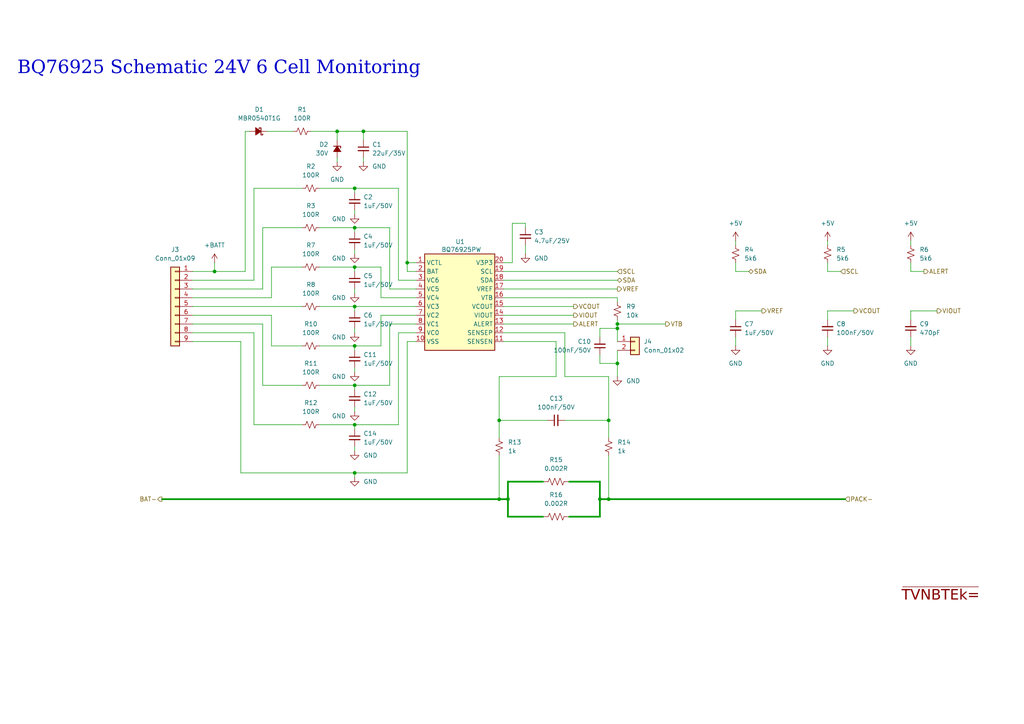
<source format=kicad_sch>
(kicad_sch
	(version 20231120)
	(generator "eeschema")
	(generator_version "8.0")
	(uuid "71792586-afb2-4b53-be49-0798ff39cb2c")
	(paper "A4")
	(title_block
		(title "Raven-I Sentinel")
		(date "2024-11-23")
		(company "M S Ali")
	)
	(lib_symbols
		(symbol "BQ76925_ATMEGA328P_6S_20A_BMS:+5V"
			(power)
			(pin_numbers hide)
			(pin_names
				(offset 0) hide)
			(exclude_from_sim no)
			(in_bom yes)
			(on_board yes)
			(property "Reference" "#PWR"
				(at 0 -3.81 0)
				(effects
					(font
						(size 1.27 1.27)
					)
					(hide yes)
				)
			)
			(property "Value" "+5V"
				(at 0 3.556 0)
				(effects
					(font
						(size 1.27 1.27)
					)
				)
			)
			(property "Footprint" ""
				(at 0 0 0)
				(effects
					(font
						(size 1.27 1.27)
					)
					(hide yes)
				)
			)
			(property "Datasheet" ""
				(at 0 0 0)
				(effects
					(font
						(size 1.27 1.27)
					)
					(hide yes)
				)
			)
			(property "Description" "Power symbol creates a global label with name \"+5V\""
				(at 0 0 0)
				(effects
					(font
						(size 1.27 1.27)
					)
					(hide yes)
				)
			)
			(property "ki_keywords" "global power"
				(at 0 0 0)
				(effects
					(font
						(size 1.27 1.27)
					)
					(hide yes)
				)
			)
			(symbol "+5V_0_1"
				(polyline
					(pts
						(xy -0.762 1.27) (xy 0 2.54)
					)
					(stroke
						(width 0)
						(type default)
					)
					(fill
						(type none)
					)
				)
				(polyline
					(pts
						(xy 0 0) (xy 0 2.54)
					)
					(stroke
						(width 0)
						(type default)
					)
					(fill
						(type none)
					)
				)
				(polyline
					(pts
						(xy 0 2.54) (xy 0.762 1.27)
					)
					(stroke
						(width 0)
						(type default)
					)
					(fill
						(type none)
					)
				)
			)
			(symbol "+5V_1_1"
				(pin power_in line
					(at 0 0 90)
					(length 0)
					(name "~"
						(effects
							(font
								(size 1.27 1.27)
							)
						)
					)
					(number "1"
						(effects
							(font
								(size 1.27 1.27)
							)
						)
					)
				)
			)
		)
		(symbol "BQ76925_ATMEGA328P_6S_20A_BMS:+BATT"
			(power)
			(pin_numbers hide)
			(pin_names
				(offset 0) hide)
			(exclude_from_sim no)
			(in_bom yes)
			(on_board yes)
			(property "Reference" "#PWR"
				(at 0 -3.81 0)
				(effects
					(font
						(size 1.27 1.27)
					)
					(hide yes)
				)
			)
			(property "Value" "+BATT"
				(at 0 3.556 0)
				(effects
					(font
						(size 1.27 1.27)
					)
				)
			)
			(property "Footprint" ""
				(at 0 0 0)
				(effects
					(font
						(size 1.27 1.27)
					)
					(hide yes)
				)
			)
			(property "Datasheet" ""
				(at 0 0 0)
				(effects
					(font
						(size 1.27 1.27)
					)
					(hide yes)
				)
			)
			(property "Description" "Power symbol creates a global label with name \"+BATT\""
				(at 0 0 0)
				(effects
					(font
						(size 1.27 1.27)
					)
					(hide yes)
				)
			)
			(property "ki_keywords" "global power battery"
				(at 0 0 0)
				(effects
					(font
						(size 1.27 1.27)
					)
					(hide yes)
				)
			)
			(symbol "+BATT_0_1"
				(polyline
					(pts
						(xy -0.762 1.27) (xy 0 2.54)
					)
					(stroke
						(width 0)
						(type default)
					)
					(fill
						(type none)
					)
				)
				(polyline
					(pts
						(xy 0 0) (xy 0 2.54)
					)
					(stroke
						(width 0)
						(type default)
					)
					(fill
						(type none)
					)
				)
				(polyline
					(pts
						(xy 0 2.54) (xy 0.762 1.27)
					)
					(stroke
						(width 0)
						(type default)
					)
					(fill
						(type none)
					)
				)
			)
			(symbol "+BATT_1_1"
				(pin power_in line
					(at 0 0 90)
					(length 0)
					(name "~"
						(effects
							(font
								(size 1.27 1.27)
							)
						)
					)
					(number "1"
						(effects
							(font
								(size 1.27 1.27)
							)
						)
					)
				)
			)
		)
		(symbol "BQ76925_ATMEGA328P_6S_20A_BMS:BQ76925PW"
			(exclude_from_sim no)
			(in_bom yes)
			(on_board yes)
			(property "Reference" "U1"
				(at -1.27 17.526 0)
				(effects
					(font
						(size 1.27 1.27)
					)
					(justify left)
				)
			)
			(property "Value" "BQ76925PW"
				(at -5.334 15.24 0)
				(effects
					(font
						(size 1.27 1.27)
					)
					(justify left)
				)
			)
			(property "Footprint" "Package_SO:TSSOP-20_4.4x6.5mm_P0.65mm"
				(at 2.286 -15.24 0)
				(effects
					(font
						(size 1.27 1.27)
					)
					(hide yes)
				)
			)
			(property "Datasheet" "https://www.ti.com/lit/ds/symlink/bq76925.pdf"
				(at 0.762 15.748 0)
				(effects
					(font
						(size 1.27 1.27)
					)
					(hide yes)
				)
			)
			(property "Description" "Lithium battery monitor, 3-6 cells, integrated balancing, I2C interface, TSSOP-20"
				(at 0.762 0.508 0)
				(effects
					(font
						(size 1.27 1.27)
					)
					(hide yes)
				)
			)
			(property "ki_keywords" "lithium battery balance charge afe"
				(at 0 0 0)
				(effects
					(font
						(size 1.27 1.27)
					)
					(hide yes)
				)
			)
			(property "ki_fp_filters" "TSSOP*4.4x6.5mm*P0.65mm*"
				(at 0 0 0)
				(effects
					(font
						(size 1.27 1.27)
					)
					(hide yes)
				)
			)
			(symbol "BQ76925PW_0_1"
				(rectangle
					(start -10.16 13.97)
					(end 10.16 -13.97)
					(stroke
						(width 0.254)
						(type default)
					)
					(fill
						(type background)
					)
				)
			)
			(symbol "BQ76925PW_1_0"
				(pin power_in line
					(at -12.7 -11.43 0)
					(length 2.54)
					(name "VSS"
						(effects
							(font
								(size 1.27 1.27)
							)
						)
					)
					(number "10"
						(effects
							(font
								(size 1.27 1.27)
							)
						)
					)
				)
				(pin input line
					(at 12.7 -11.43 180)
					(length 2.54)
					(name "SENSEN"
						(effects
							(font
								(size 1.27 1.27)
							)
						)
					)
					(number "11"
						(effects
							(font
								(size 1.27 1.27)
							)
						)
					)
				)
				(pin input line
					(at 12.7 -8.89 180)
					(length 2.54)
					(name "SENSEP"
						(effects
							(font
								(size 1.27 1.27)
							)
						)
					)
					(number "12"
						(effects
							(font
								(size 1.27 1.27)
							)
						)
					)
				)
				(pin output line
					(at 12.7 -6.35 180)
					(length 2.54)
					(name "ALERT"
						(effects
							(font
								(size 1.27 1.27)
							)
						)
					)
					(number "13"
						(effects
							(font
								(size 1.27 1.27)
							)
						)
					)
				)
				(pin output line
					(at 12.7 -3.81 180)
					(length 2.54)
					(name "VIOUT"
						(effects
							(font
								(size 1.27 1.27)
							)
						)
					)
					(number "14"
						(effects
							(font
								(size 1.27 1.27)
							)
						)
					)
				)
				(pin output line
					(at 12.7 -1.27 180)
					(length 2.54)
					(name "VCOUT"
						(effects
							(font
								(size 1.27 1.27)
							)
						)
					)
					(number "15"
						(effects
							(font
								(size 1.27 1.27)
							)
						)
					)
				)
				(pin output line
					(at 12.7 1.27 180)
					(length 2.54)
					(name "VTB"
						(effects
							(font
								(size 1.27 1.27)
							)
						)
					)
					(number "16"
						(effects
							(font
								(size 1.27 1.27)
							)
						)
					)
				)
				(pin output line
					(at 12.7 3.81 180)
					(length 2.54)
					(name "VREF"
						(effects
							(font
								(size 1.27 1.27)
							)
						)
					)
					(number "17"
						(effects
							(font
								(size 1.27 1.27)
							)
						)
					)
				)
				(pin bidirectional line
					(at 12.7 6.35 180)
					(length 2.54)
					(name "SDA"
						(effects
							(font
								(size 1.27 1.27)
							)
						)
					)
					(number "18"
						(effects
							(font
								(size 1.27 1.27)
							)
						)
					)
				)
				(pin input line
					(at 12.7 8.89 180)
					(length 2.54)
					(name "SCL"
						(effects
							(font
								(size 1.27 1.27)
							)
						)
					)
					(number "19"
						(effects
							(font
								(size 1.27 1.27)
							)
						)
					)
				)
				(pin output line
					(at 12.7 11.43 180)
					(length 2.54)
					(name "V3P3"
						(effects
							(font
								(size 1.27 1.27)
							)
						)
					)
					(number "20"
						(effects
							(font
								(size 1.27 1.27)
							)
						)
					)
				)
				(pin input line
					(at -12.7 -1.27 0)
					(length 2.54)
					(name "VC3"
						(effects
							(font
								(size 1.27 1.27)
							)
						)
					)
					(number "6"
						(effects
							(font
								(size 1.27 1.27)
							)
						)
					)
				)
				(pin input line
					(at -12.7 -3.81 0)
					(length 2.54)
					(name "VC2"
						(effects
							(font
								(size 1.27 1.27)
							)
						)
					)
					(number "7"
						(effects
							(font
								(size 1.27 1.27)
							)
						)
					)
				)
				(pin input line
					(at -12.7 -6.35 0)
					(length 2.54)
					(name "VC1"
						(effects
							(font
								(size 1.27 1.27)
							)
						)
					)
					(number "8"
						(effects
							(font
								(size 1.27 1.27)
							)
						)
					)
				)
				(pin input line
					(at -12.7 -8.89 0)
					(length 2.54)
					(name "VC0"
						(effects
							(font
								(size 1.27 1.27)
							)
						)
					)
					(number "9"
						(effects
							(font
								(size 1.27 1.27)
							)
						)
					)
				)
			)
			(symbol "BQ76925PW_1_1"
				(pin output line
					(at -12.7 11.43 0)
					(length 2.54)
					(name "VCTL"
						(effects
							(font
								(size 1.27 1.27)
							)
						)
					)
					(number "1"
						(effects
							(font
								(size 1.27 1.27)
							)
						)
					)
				)
				(pin power_in line
					(at -12.7 8.89 0)
					(length 2.54)
					(name "BAT"
						(effects
							(font
								(size 1.27 1.27)
							)
						)
					)
					(number "2"
						(effects
							(font
								(size 1.27 1.27)
							)
						)
					)
				)
				(pin input line
					(at -12.7 6.35 0)
					(length 2.54)
					(name "VC6"
						(effects
							(font
								(size 1.27 1.27)
							)
						)
					)
					(number "3"
						(effects
							(font
								(size 1.27 1.27)
							)
						)
					)
				)
				(pin input line
					(at -12.7 3.81 0)
					(length 2.54)
					(name "VC5"
						(effects
							(font
								(size 1.27 1.27)
							)
						)
					)
					(number "4"
						(effects
							(font
								(size 1.27 1.27)
							)
						)
					)
				)
				(pin input line
					(at -12.7 1.27 0)
					(length 2.54)
					(name "VC4"
						(effects
							(font
								(size 1.27 1.27)
							)
						)
					)
					(number "5"
						(effects
							(font
								(size 1.27 1.27)
							)
						)
					)
				)
			)
		)
		(symbol "BQ76925_ATMEGA328P_6S_20A_BMS:C_Small"
			(pin_numbers hide)
			(pin_names
				(offset 0.254) hide)
			(exclude_from_sim no)
			(in_bom yes)
			(on_board yes)
			(property "Reference" "C"
				(at 0.254 1.778 0)
				(effects
					(font
						(size 1.27 1.27)
					)
					(justify left)
				)
			)
			(property "Value" "C_Small"
				(at 0.254 -2.032 0)
				(effects
					(font
						(size 1.27 1.27)
					)
					(justify left)
				)
			)
			(property "Footprint" ""
				(at 0 0 0)
				(effects
					(font
						(size 1.27 1.27)
					)
					(hide yes)
				)
			)
			(property "Datasheet" "~"
				(at 0 0 0)
				(effects
					(font
						(size 1.27 1.27)
					)
					(hide yes)
				)
			)
			(property "Description" "Unpolarized capacitor, small symbol"
				(at 0 0 0)
				(effects
					(font
						(size 1.27 1.27)
					)
					(hide yes)
				)
			)
			(property "ki_keywords" "capacitor cap"
				(at 0 0 0)
				(effects
					(font
						(size 1.27 1.27)
					)
					(hide yes)
				)
			)
			(property "ki_fp_filters" "C_*"
				(at 0 0 0)
				(effects
					(font
						(size 1.27 1.27)
					)
					(hide yes)
				)
			)
			(symbol "C_Small_0_1"
				(polyline
					(pts
						(xy -1.524 -0.508) (xy 1.524 -0.508)
					)
					(stroke
						(width 0.3302)
						(type default)
					)
					(fill
						(type none)
					)
				)
				(polyline
					(pts
						(xy -1.524 0.508) (xy 1.524 0.508)
					)
					(stroke
						(width 0.3048)
						(type default)
					)
					(fill
						(type none)
					)
				)
			)
			(symbol "C_Small_1_1"
				(pin passive line
					(at 0 2.54 270)
					(length 2.032)
					(name "~"
						(effects
							(font
								(size 1.27 1.27)
							)
						)
					)
					(number "1"
						(effects
							(font
								(size 1.27 1.27)
							)
						)
					)
				)
				(pin passive line
					(at 0 -2.54 90)
					(length 2.032)
					(name "~"
						(effects
							(font
								(size 1.27 1.27)
							)
						)
					)
					(number "2"
						(effects
							(font
								(size 1.27 1.27)
							)
						)
					)
				)
			)
		)
		(symbol "BQ76925_ATMEGA328P_6S_20A_BMS:Conn_01x02"
			(pin_names
				(offset 1.016) hide)
			(exclude_from_sim no)
			(in_bom yes)
			(on_board yes)
			(property "Reference" "J"
				(at 0 2.54 0)
				(effects
					(font
						(size 1.27 1.27)
					)
				)
			)
			(property "Value" "Conn_01x02"
				(at 0 -5.08 0)
				(effects
					(font
						(size 1.27 1.27)
					)
				)
			)
			(property "Footprint" ""
				(at 0 0 0)
				(effects
					(font
						(size 1.27 1.27)
					)
					(hide yes)
				)
			)
			(property "Datasheet" "~"
				(at 0 0 0)
				(effects
					(font
						(size 1.27 1.27)
					)
					(hide yes)
				)
			)
			(property "Description" "Generic connector, single row, 01x02, script generated (kicad-library-utils/schlib/autogen/connector/)"
				(at 0 0 0)
				(effects
					(font
						(size 1.27 1.27)
					)
					(hide yes)
				)
			)
			(property "ki_keywords" "connector"
				(at 0 0 0)
				(effects
					(font
						(size 1.27 1.27)
					)
					(hide yes)
				)
			)
			(property "ki_fp_filters" "Connector*:*_1x??_*"
				(at 0 0 0)
				(effects
					(font
						(size 1.27 1.27)
					)
					(hide yes)
				)
			)
			(symbol "Conn_01x02_1_1"
				(rectangle
					(start -1.27 -2.413)
					(end 0 -2.667)
					(stroke
						(width 0.1524)
						(type default)
					)
					(fill
						(type none)
					)
				)
				(rectangle
					(start -1.27 0.127)
					(end 0 -0.127)
					(stroke
						(width 0.1524)
						(type default)
					)
					(fill
						(type none)
					)
				)
				(rectangle
					(start -1.27 1.27)
					(end 1.27 -3.81)
					(stroke
						(width 0.254)
						(type default)
					)
					(fill
						(type background)
					)
				)
				(pin passive line
					(at -5.08 0 0)
					(length 3.81)
					(name "Pin_1"
						(effects
							(font
								(size 1.27 1.27)
							)
						)
					)
					(number "1"
						(effects
							(font
								(size 1.27 1.27)
							)
						)
					)
				)
				(pin passive line
					(at -5.08 -2.54 0)
					(length 3.81)
					(name "Pin_2"
						(effects
							(font
								(size 1.27 1.27)
							)
						)
					)
					(number "2"
						(effects
							(font
								(size 1.27 1.27)
							)
						)
					)
				)
			)
		)
		(symbol "BQ76925_ATMEGA328P_6S_20A_BMS:Conn_01x09"
			(pin_names
				(offset 1.016) hide)
			(exclude_from_sim no)
			(in_bom yes)
			(on_board yes)
			(property "Reference" "J"
				(at 0 12.7 0)
				(effects
					(font
						(size 1.27 1.27)
					)
				)
			)
			(property "Value" "Conn_01x09"
				(at 0 -12.7 0)
				(effects
					(font
						(size 1.27 1.27)
					)
				)
			)
			(property "Footprint" ""
				(at 0 0 0)
				(effects
					(font
						(size 1.27 1.27)
					)
					(hide yes)
				)
			)
			(property "Datasheet" "~"
				(at 0 0 0)
				(effects
					(font
						(size 1.27 1.27)
					)
					(hide yes)
				)
			)
			(property "Description" "Generic connector, single row, 01x09, script generated (kicad-library-utils/schlib/autogen/connector/)"
				(at 0 0 0)
				(effects
					(font
						(size 1.27 1.27)
					)
					(hide yes)
				)
			)
			(property "ki_keywords" "connector"
				(at 0 0 0)
				(effects
					(font
						(size 1.27 1.27)
					)
					(hide yes)
				)
			)
			(property "ki_fp_filters" "Connector*:*_1x??_*"
				(at 0 0 0)
				(effects
					(font
						(size 1.27 1.27)
					)
					(hide yes)
				)
			)
			(symbol "Conn_01x09_1_1"
				(rectangle
					(start -1.27 -10.033)
					(end 0 -10.287)
					(stroke
						(width 0.1524)
						(type default)
					)
					(fill
						(type none)
					)
				)
				(rectangle
					(start -1.27 -7.493)
					(end 0 -7.747)
					(stroke
						(width 0.1524)
						(type default)
					)
					(fill
						(type none)
					)
				)
				(rectangle
					(start -1.27 -4.953)
					(end 0 -5.207)
					(stroke
						(width 0.1524)
						(type default)
					)
					(fill
						(type none)
					)
				)
				(rectangle
					(start -1.27 -2.413)
					(end 0 -2.667)
					(stroke
						(width 0.1524)
						(type default)
					)
					(fill
						(type none)
					)
				)
				(rectangle
					(start -1.27 0.127)
					(end 0 -0.127)
					(stroke
						(width 0.1524)
						(type default)
					)
					(fill
						(type none)
					)
				)
				(rectangle
					(start -1.27 2.667)
					(end 0 2.413)
					(stroke
						(width 0.1524)
						(type default)
					)
					(fill
						(type none)
					)
				)
				(rectangle
					(start -1.27 5.207)
					(end 0 4.953)
					(stroke
						(width 0.1524)
						(type default)
					)
					(fill
						(type none)
					)
				)
				(rectangle
					(start -1.27 7.747)
					(end 0 7.493)
					(stroke
						(width 0.1524)
						(type default)
					)
					(fill
						(type none)
					)
				)
				(rectangle
					(start -1.27 10.287)
					(end 0 10.033)
					(stroke
						(width 0.1524)
						(type default)
					)
					(fill
						(type none)
					)
				)
				(rectangle
					(start -1.27 11.43)
					(end 1.27 -11.43)
					(stroke
						(width 0.254)
						(type default)
					)
					(fill
						(type background)
					)
				)
				(pin passive line
					(at -5.08 10.16 0)
					(length 3.81)
					(name "Pin_1"
						(effects
							(font
								(size 1.27 1.27)
							)
						)
					)
					(number "1"
						(effects
							(font
								(size 1.27 1.27)
							)
						)
					)
				)
				(pin passive line
					(at -5.08 7.62 0)
					(length 3.81)
					(name "Pin_2"
						(effects
							(font
								(size 1.27 1.27)
							)
						)
					)
					(number "2"
						(effects
							(font
								(size 1.27 1.27)
							)
						)
					)
				)
				(pin passive line
					(at -5.08 5.08 0)
					(length 3.81)
					(name "Pin_3"
						(effects
							(font
								(size 1.27 1.27)
							)
						)
					)
					(number "3"
						(effects
							(font
								(size 1.27 1.27)
							)
						)
					)
				)
				(pin passive line
					(at -5.08 2.54 0)
					(length 3.81)
					(name "Pin_4"
						(effects
							(font
								(size 1.27 1.27)
							)
						)
					)
					(number "4"
						(effects
							(font
								(size 1.27 1.27)
							)
						)
					)
				)
				(pin passive line
					(at -5.08 0 0)
					(length 3.81)
					(name "Pin_5"
						(effects
							(font
								(size 1.27 1.27)
							)
						)
					)
					(number "5"
						(effects
							(font
								(size 1.27 1.27)
							)
						)
					)
				)
				(pin passive line
					(at -5.08 -2.54 0)
					(length 3.81)
					(name "Pin_6"
						(effects
							(font
								(size 1.27 1.27)
							)
						)
					)
					(number "6"
						(effects
							(font
								(size 1.27 1.27)
							)
						)
					)
				)
				(pin passive line
					(at -5.08 -5.08 0)
					(length 3.81)
					(name "Pin_7"
						(effects
							(font
								(size 1.27 1.27)
							)
						)
					)
					(number "7"
						(effects
							(font
								(size 1.27 1.27)
							)
						)
					)
				)
				(pin passive line
					(at -5.08 -7.62 0)
					(length 3.81)
					(name "Pin_8"
						(effects
							(font
								(size 1.27 1.27)
							)
						)
					)
					(number "8"
						(effects
							(font
								(size 1.27 1.27)
							)
						)
					)
				)
				(pin passive line
					(at -5.08 -10.16 0)
					(length 3.81)
					(name "Pin_9"
						(effects
							(font
								(size 1.27 1.27)
							)
						)
					)
					(number "9"
						(effects
							(font
								(size 1.27 1.27)
							)
						)
					)
				)
			)
		)
		(symbol "BQ76925_ATMEGA328P_6S_20A_BMS:D_Schottky_Small_Filled"
			(pin_numbers hide)
			(pin_names
				(offset 0.254) hide)
			(exclude_from_sim no)
			(in_bom yes)
			(on_board yes)
			(property "Reference" "D"
				(at -1.27 2.032 0)
				(effects
					(font
						(size 1.27 1.27)
					)
					(justify left)
				)
			)
			(property "Value" "D_Schottky_Small_Filled"
				(at -7.112 -2.032 0)
				(effects
					(font
						(size 1.27 1.27)
					)
					(justify left)
				)
			)
			(property "Footprint" ""
				(at 0 0 90)
				(effects
					(font
						(size 1.27 1.27)
					)
					(hide yes)
				)
			)
			(property "Datasheet" "~"
				(at 0 0 90)
				(effects
					(font
						(size 1.27 1.27)
					)
					(hide yes)
				)
			)
			(property "Description" "Schottky diode, small symbol, filled shape"
				(at 0 0 0)
				(effects
					(font
						(size 1.27 1.27)
					)
					(hide yes)
				)
			)
			(property "ki_keywords" "diode Schottky"
				(at 0 0 0)
				(effects
					(font
						(size 1.27 1.27)
					)
					(hide yes)
				)
			)
			(property "ki_fp_filters" "TO-???* *_Diode_* *SingleDiode* D_*"
				(at 0 0 0)
				(effects
					(font
						(size 1.27 1.27)
					)
					(hide yes)
				)
			)
			(symbol "D_Schottky_Small_Filled_0_1"
				(polyline
					(pts
						(xy -0.762 0) (xy 0.762 0)
					)
					(stroke
						(width 0)
						(type default)
					)
					(fill
						(type none)
					)
				)
				(polyline
					(pts
						(xy 0.762 -1.016) (xy -0.762 0) (xy 0.762 1.016) (xy 0.762 -1.016)
					)
					(stroke
						(width 0.254)
						(type default)
					)
					(fill
						(type outline)
					)
				)
				(polyline
					(pts
						(xy -1.27 0.762) (xy -1.27 1.016) (xy -0.762 1.016) (xy -0.762 -1.016) (xy -0.254 -1.016) (xy -0.254 -0.762)
					)
					(stroke
						(width 0.254)
						(type default)
					)
					(fill
						(type none)
					)
				)
			)
			(symbol "D_Schottky_Small_Filled_1_1"
				(pin passive line
					(at -2.54 0 0)
					(length 1.778)
					(name "K"
						(effects
							(font
								(size 1.27 1.27)
							)
						)
					)
					(number "1"
						(effects
							(font
								(size 1.27 1.27)
							)
						)
					)
				)
				(pin passive line
					(at 2.54 0 180)
					(length 1.778)
					(name "A"
						(effects
							(font
								(size 1.27 1.27)
							)
						)
					)
					(number "2"
						(effects
							(font
								(size 1.27 1.27)
							)
						)
					)
				)
			)
		)
		(symbol "BQ76925_ATMEGA328P_6S_20A_BMS:D_Zener_Small_Filled"
			(pin_numbers hide)
			(pin_names
				(offset 0.254) hide)
			(exclude_from_sim no)
			(in_bom yes)
			(on_board yes)
			(property "Reference" "D"
				(at 0 2.286 0)
				(effects
					(font
						(size 1.27 1.27)
					)
				)
			)
			(property "Value" "D_Zener_Small_Filled"
				(at 0 -2.286 0)
				(effects
					(font
						(size 1.27 1.27)
					)
				)
			)
			(property "Footprint" ""
				(at 0 0 90)
				(effects
					(font
						(size 1.27 1.27)
					)
					(hide yes)
				)
			)
			(property "Datasheet" "~"
				(at 0 0 90)
				(effects
					(font
						(size 1.27 1.27)
					)
					(hide yes)
				)
			)
			(property "Description" "Zener diode, small symbol, filled shape"
				(at 0 0 0)
				(effects
					(font
						(size 1.27 1.27)
					)
					(hide yes)
				)
			)
			(property "ki_keywords" "diode"
				(at 0 0 0)
				(effects
					(font
						(size 1.27 1.27)
					)
					(hide yes)
				)
			)
			(property "ki_fp_filters" "TO-???* *_Diode_* *SingleDiode* D_*"
				(at 0 0 0)
				(effects
					(font
						(size 1.27 1.27)
					)
					(hide yes)
				)
			)
			(symbol "D_Zener_Small_Filled_0_1"
				(polyline
					(pts
						(xy 0.762 0) (xy -0.762 0)
					)
					(stroke
						(width 0)
						(type default)
					)
					(fill
						(type none)
					)
				)
				(polyline
					(pts
						(xy -0.254 1.016) (xy -0.762 1.016) (xy -0.762 -1.016)
					)
					(stroke
						(width 0.254)
						(type default)
					)
					(fill
						(type none)
					)
				)
				(polyline
					(pts
						(xy 0.762 1.016) (xy -0.762 0) (xy 0.762 -1.016) (xy 0.762 1.016)
					)
					(stroke
						(width 0.254)
						(type default)
					)
					(fill
						(type outline)
					)
				)
			)
			(symbol "D_Zener_Small_Filled_1_1"
				(pin passive line
					(at -2.54 0 0)
					(length 1.778)
					(name "K"
						(effects
							(font
								(size 1.27 1.27)
							)
						)
					)
					(number "1"
						(effects
							(font
								(size 1.27 1.27)
							)
						)
					)
				)
				(pin passive line
					(at 2.54 0 180)
					(length 1.778)
					(name "A"
						(effects
							(font
								(size 1.27 1.27)
							)
						)
					)
					(number "2"
						(effects
							(font
								(size 1.27 1.27)
							)
						)
					)
				)
			)
		)
		(symbol "BQ76925_ATMEGA328P_6S_20A_BMS:GND"
			(power)
			(pin_numbers hide)
			(pin_names
				(offset 0) hide)
			(exclude_from_sim no)
			(in_bom yes)
			(on_board yes)
			(property "Reference" "#PWR"
				(at 0 -6.35 0)
				(effects
					(font
						(size 1.27 1.27)
					)
					(hide yes)
				)
			)
			(property "Value" "GND"
				(at 0 -3.81 0)
				(effects
					(font
						(size 1.27 1.27)
					)
				)
			)
			(property "Footprint" ""
				(at 0 0 0)
				(effects
					(font
						(size 1.27 1.27)
					)
					(hide yes)
				)
			)
			(property "Datasheet" ""
				(at 0 0 0)
				(effects
					(font
						(size 1.27 1.27)
					)
					(hide yes)
				)
			)
			(property "Description" "Power symbol creates a global label with name \"GND\" , ground"
				(at 0 0 0)
				(effects
					(font
						(size 1.27 1.27)
					)
					(hide yes)
				)
			)
			(property "ki_keywords" "global power"
				(at 0 0 0)
				(effects
					(font
						(size 1.27 1.27)
					)
					(hide yes)
				)
			)
			(symbol "GND_0_1"
				(polyline
					(pts
						(xy 0 0) (xy 0 -1.27) (xy 1.27 -1.27) (xy 0 -2.54) (xy -1.27 -1.27) (xy 0 -1.27)
					)
					(stroke
						(width 0)
						(type default)
					)
					(fill
						(type none)
					)
				)
			)
			(symbol "GND_1_1"
				(pin power_in line
					(at 0 0 270)
					(length 0)
					(name "~"
						(effects
							(font
								(size 1.27 1.27)
							)
						)
					)
					(number "1"
						(effects
							(font
								(size 1.27 1.27)
							)
						)
					)
				)
			)
		)
		(symbol "BQ76925_ATMEGA328P_6S_20A_BMS:R_Small_US"
			(pin_numbers hide)
			(pin_names
				(offset 0.254) hide)
			(exclude_from_sim no)
			(in_bom yes)
			(on_board yes)
			(property "Reference" "R"
				(at 0.762 0.508 0)
				(effects
					(font
						(size 1.27 1.27)
					)
					(justify left)
				)
			)
			(property "Value" "R_Small_US"
				(at 0.762 -1.016 0)
				(effects
					(font
						(size 1.27 1.27)
					)
					(justify left)
				)
			)
			(property "Footprint" ""
				(at 0 0 0)
				(effects
					(font
						(size 1.27 1.27)
					)
					(hide yes)
				)
			)
			(property "Datasheet" "~"
				(at 0 0 0)
				(effects
					(font
						(size 1.27 1.27)
					)
					(hide yes)
				)
			)
			(property "Description" "Resistor, small US symbol"
				(at 0 0 0)
				(effects
					(font
						(size 1.27 1.27)
					)
					(hide yes)
				)
			)
			(property "ki_keywords" "r resistor"
				(at 0 0 0)
				(effects
					(font
						(size 1.27 1.27)
					)
					(hide yes)
				)
			)
			(property "ki_fp_filters" "R_*"
				(at 0 0 0)
				(effects
					(font
						(size 1.27 1.27)
					)
					(hide yes)
				)
			)
			(symbol "R_Small_US_1_1"
				(polyline
					(pts
						(xy 0 0) (xy 1.016 -0.381) (xy 0 -0.762) (xy -1.016 -1.143) (xy 0 -1.524)
					)
					(stroke
						(width 0)
						(type default)
					)
					(fill
						(type none)
					)
				)
				(polyline
					(pts
						(xy 0 1.524) (xy 1.016 1.143) (xy 0 0.762) (xy -1.016 0.381) (xy 0 0)
					)
					(stroke
						(width 0)
						(type default)
					)
					(fill
						(type none)
					)
				)
				(pin passive line
					(at 0 2.54 270)
					(length 1.016)
					(name "~"
						(effects
							(font
								(size 1.27 1.27)
							)
						)
					)
					(number "1"
						(effects
							(font
								(size 1.27 1.27)
							)
						)
					)
				)
				(pin passive line
					(at 0 -2.54 90)
					(length 1.016)
					(name "~"
						(effects
							(font
								(size 1.27 1.27)
							)
						)
					)
					(number "2"
						(effects
							(font
								(size 1.27 1.27)
							)
						)
					)
				)
			)
		)
		(symbol "BQ76925_ATMEGA328P_6S_20A_BMS:R_US"
			(pin_numbers hide)
			(pin_names
				(offset 0)
			)
			(exclude_from_sim no)
			(in_bom yes)
			(on_board yes)
			(property "Reference" "R"
				(at 2.54 0 90)
				(effects
					(font
						(size 1.27 1.27)
					)
				)
			)
			(property "Value" "R_US"
				(at -2.54 0 90)
				(effects
					(font
						(size 1.27 1.27)
					)
				)
			)
			(property "Footprint" ""
				(at 1.016 -0.254 90)
				(effects
					(font
						(size 1.27 1.27)
					)
					(hide yes)
				)
			)
			(property "Datasheet" "~"
				(at 0 0 0)
				(effects
					(font
						(size 1.27 1.27)
					)
					(hide yes)
				)
			)
			(property "Description" "Resistor, US symbol"
				(at 0 0 0)
				(effects
					(font
						(size 1.27 1.27)
					)
					(hide yes)
				)
			)
			(property "ki_keywords" "R res resistor"
				(at 0 0 0)
				(effects
					(font
						(size 1.27 1.27)
					)
					(hide yes)
				)
			)
			(property "ki_fp_filters" "R_*"
				(at 0 0 0)
				(effects
					(font
						(size 1.27 1.27)
					)
					(hide yes)
				)
			)
			(symbol "R_US_0_1"
				(polyline
					(pts
						(xy 0 -2.286) (xy 0 -2.54)
					)
					(stroke
						(width 0)
						(type default)
					)
					(fill
						(type none)
					)
				)
				(polyline
					(pts
						(xy 0 2.286) (xy 0 2.54)
					)
					(stroke
						(width 0)
						(type default)
					)
					(fill
						(type none)
					)
				)
				(polyline
					(pts
						(xy 0 -0.762) (xy 1.016 -1.143) (xy 0 -1.524) (xy -1.016 -1.905) (xy 0 -2.286)
					)
					(stroke
						(width 0)
						(type default)
					)
					(fill
						(type none)
					)
				)
				(polyline
					(pts
						(xy 0 0.762) (xy 1.016 0.381) (xy 0 0) (xy -1.016 -0.381) (xy 0 -0.762)
					)
					(stroke
						(width 0)
						(type default)
					)
					(fill
						(type none)
					)
				)
				(polyline
					(pts
						(xy 0 2.286) (xy 1.016 1.905) (xy 0 1.524) (xy -1.016 1.143) (xy 0 0.762)
					)
					(stroke
						(width 0)
						(type default)
					)
					(fill
						(type none)
					)
				)
			)
			(symbol "R_US_1_1"
				(pin passive line
					(at 0 3.81 270)
					(length 1.27)
					(name "~"
						(effects
							(font
								(size 1.27 1.27)
							)
						)
					)
					(number "1"
						(effects
							(font
								(size 1.27 1.27)
							)
						)
					)
				)
				(pin passive line
					(at 0 -3.81 90)
					(length 1.27)
					(name "~"
						(effects
							(font
								(size 1.27 1.27)
							)
						)
					)
					(number "2"
						(effects
							(font
								(size 1.27 1.27)
							)
						)
					)
				)
			)
		)
	)
	(junction
		(at 102.87 66.04)
		(diameter 0)
		(color 0 0 0 0)
		(uuid "06aea864-6310-4101-a4cd-551eeae8f31e")
	)
	(junction
		(at 179.07 93.98)
		(diameter 0)
		(color 0 0 0 0)
		(uuid "1f91c88b-54e8-45e8-a6f0-9852217306ed")
	)
	(junction
		(at 102.87 111.76)
		(diameter 0)
		(color 0 0 0 0)
		(uuid "291f1a31-9cc2-4251-ae2c-4b7c24612b04")
	)
	(junction
		(at 102.87 88.9)
		(diameter 0)
		(color 0 0 0 0)
		(uuid "2ed0ae88-91a3-4513-a823-c7dbe77d9b78")
	)
	(junction
		(at 97.79 38.1)
		(diameter 0)
		(color 0 0 0 0)
		(uuid "4b587f1a-4e5e-46bf-af54-6d61e0eebe88")
	)
	(junction
		(at 62.23 78.74)
		(diameter 0)
		(color 0 0 0 0)
		(uuid "5c1bbfb9-87bb-4155-85ff-5dde75fb2c89")
	)
	(junction
		(at 144.78 144.78)
		(diameter 0)
		(color 0 0 0 0)
		(uuid "6dcff6e2-e966-494f-8fec-fa7fbada05d1")
	)
	(junction
		(at 118.11 76.2)
		(diameter 0)
		(color 0 0 0 0)
		(uuid "6eb84616-3d4a-4f07-bb05-4a440069f635")
	)
	(junction
		(at 147.32 144.78)
		(diameter 0)
		(color 0 0 0 0)
		(uuid "6ff902bb-92f4-4deb-a545-40067eeb529f")
	)
	(junction
		(at 173.99 144.78)
		(diameter 0)
		(color 0 0 0 0)
		(uuid "7fc40444-1c55-4da0-8dbb-b25a7cbd80f1")
	)
	(junction
		(at 179.07 95.25)
		(diameter 0)
		(color 0 0 0 0)
		(uuid "8a726758-6c86-45cb-9aa8-0fb47b68011a")
	)
	(junction
		(at 102.87 137.16)
		(diameter 0)
		(color 0 0 0 0)
		(uuid "8aab916f-4133-43d6-a204-4b36fde996a8")
	)
	(junction
		(at 102.87 123.19)
		(diameter 0)
		(color 0 0 0 0)
		(uuid "92c5c6d4-40e5-4690-92b5-3c5249eefce0")
	)
	(junction
		(at 176.53 144.78)
		(diameter 0)
		(color 0 0 0 0)
		(uuid "a33334f0-d4f1-472f-9613-6d3c0a08e4b8")
	)
	(junction
		(at 105.41 38.1)
		(diameter 0)
		(color 0 0 0 0)
		(uuid "a3932bf1-9531-4b76-85d9-444fcf23b670")
	)
	(junction
		(at 179.07 105.41)
		(diameter 0)
		(color 0 0 0 0)
		(uuid "a57b6833-d683-46b0-9a34-19d3671cc7c3")
	)
	(junction
		(at 102.87 100.33)
		(diameter 0)
		(color 0 0 0 0)
		(uuid "c99ef902-fdae-4dec-b64a-e77ed8f9f4ee")
	)
	(junction
		(at 102.87 77.47)
		(diameter 0)
		(color 0 0 0 0)
		(uuid "e26a7aac-5922-4ad7-baf2-a085401011ae")
	)
	(junction
		(at 176.53 121.92)
		(diameter 0)
		(color 0 0 0 0)
		(uuid "f14b5319-a013-48b9-b1fd-59c9ed7b8622")
	)
	(junction
		(at 102.87 54.61)
		(diameter 0)
		(color 0 0 0 0)
		(uuid "f626e61c-fe00-492c-9fe6-9bb8bbf8a44c")
	)
	(junction
		(at 144.78 121.92)
		(diameter 0)
		(color 0 0 0 0)
		(uuid "fc63f4a9-5764-43c6-8b9f-fe306b99f3e5")
	)
	(wire
		(pts
			(xy 144.78 132.08) (xy 144.78 144.78)
		)
		(stroke
			(width 0)
			(type default)
		)
		(uuid "00595649-a1ef-4ead-876b-7e252fbbc2fe")
	)
	(wire
		(pts
			(xy 220.98 90.17) (xy 213.36 90.17)
		)
		(stroke
			(width 0)
			(type default)
		)
		(uuid "0087e321-d40b-48da-93bd-1a2bcfb76ba2")
	)
	(wire
		(pts
			(xy 78.74 86.36) (xy 78.74 77.47)
		)
		(stroke
			(width 0)
			(type default)
		)
		(uuid "02db1e15-8252-4873-85ca-16f28001d029")
	)
	(wire
		(pts
			(xy 102.87 137.16) (xy 118.11 137.16)
		)
		(stroke
			(width 0)
			(type default)
		)
		(uuid "041975bf-4f47-4b56-a836-3e5afbb11323")
	)
	(wire
		(pts
			(xy 264.16 76.2) (xy 264.16 78.74)
		)
		(stroke
			(width 0)
			(type default)
		)
		(uuid "04e04d04-7aee-4263-ad14-a27430ef9527")
	)
	(wire
		(pts
			(xy 173.99 95.25) (xy 179.07 95.25)
		)
		(stroke
			(width 0)
			(type default)
		)
		(uuid "0911e3c6-82fa-424c-a3c6-026d55dcb996")
	)
	(wire
		(pts
			(xy 92.71 100.33) (xy 102.87 100.33)
		)
		(stroke
			(width 0)
			(type default)
		)
		(uuid "0a1f33cd-1ca7-408f-b9ff-adc37e9b27e8")
	)
	(wire
		(pts
			(xy 146.05 86.36) (xy 179.07 86.36)
		)
		(stroke
			(width 0)
			(type default)
		)
		(uuid "0d4e1dbd-04b9-4d8c-a21e-4545f89148f1")
	)
	(wire
		(pts
			(xy 163.83 96.52) (xy 146.05 96.52)
		)
		(stroke
			(width 0)
			(type default)
		)
		(uuid "0d504ad2-136d-4288-9b5b-190f28853e60")
	)
	(wire
		(pts
			(xy 146.05 83.82) (xy 179.07 83.82)
		)
		(stroke
			(width 0)
			(type default)
		)
		(uuid "0e2bacda-2196-4a69-a1d7-56bd0cebe9ec")
	)
	(wire
		(pts
			(xy 179.07 93.98) (xy 179.07 95.25)
		)
		(stroke
			(width 0)
			(type default)
		)
		(uuid "102bdb14-8e09-48f7-89f0-4953977b2874")
	)
	(wire
		(pts
			(xy 176.53 109.22) (xy 176.53 121.92)
		)
		(stroke
			(width 0)
			(type default)
		)
		(uuid "1244ed87-b3c3-4f54-9a3b-982aa4aa7725")
	)
	(wire
		(pts
			(xy 163.83 96.52) (xy 163.83 109.22)
		)
		(stroke
			(width 0)
			(type default)
		)
		(uuid "13b6720b-ffa8-4470-94ca-32f28fce0b44")
	)
	(wire
		(pts
			(xy 78.74 91.44) (xy 78.74 100.33)
		)
		(stroke
			(width 0)
			(type default)
		)
		(uuid "18f79f57-dcb8-4e92-ab40-9f797822e8d7")
	)
	(wire
		(pts
			(xy 110.49 77.47) (xy 110.49 86.36)
		)
		(stroke
			(width 0)
			(type default)
		)
		(uuid "1b425c20-9fd6-458e-b106-b0e5c82c7b49")
	)
	(wire
		(pts
			(xy 87.63 88.9) (xy 55.88 88.9)
		)
		(stroke
			(width 0)
			(type default)
		)
		(uuid "1c172ff5-4f46-4288-bdb7-5f5892d1f56d")
	)
	(wire
		(pts
			(xy 213.36 76.2) (xy 213.36 78.74)
		)
		(stroke
			(width 0)
			(type default)
		)
		(uuid "1c707cb8-af68-46db-9c0d-56425dcb350c")
	)
	(wire
		(pts
			(xy 173.99 144.78) (xy 176.53 144.78)
		)
		(stroke
			(width 0.5)
			(type default)
		)
		(uuid "1c98828f-3fff-4663-b28d-877d63eb7ddc")
	)
	(wire
		(pts
			(xy 73.66 54.61) (xy 73.66 81.28)
		)
		(stroke
			(width 0)
			(type default)
		)
		(uuid "1e54ea40-e7f8-418f-8c65-331c6701e5f0")
	)
	(wire
		(pts
			(xy 102.87 66.04) (xy 113.03 66.04)
		)
		(stroke
			(width 0)
			(type default)
		)
		(uuid "2174c6ba-1312-4aaa-8d8d-1e6cd4598ea6")
	)
	(wire
		(pts
			(xy 163.83 121.92) (xy 176.53 121.92)
		)
		(stroke
			(width 0)
			(type default)
		)
		(uuid "253dc738-f0ec-415c-9e41-b124b163163e")
	)
	(wire
		(pts
			(xy 73.66 96.52) (xy 73.66 123.19)
		)
		(stroke
			(width 0)
			(type default)
		)
		(uuid "26e60800-2b21-48ec-a36b-317a0daf834c")
	)
	(wire
		(pts
			(xy 213.36 69.85) (xy 213.36 71.12)
		)
		(stroke
			(width 0)
			(type default)
		)
		(uuid "2715ad0b-c4d7-4782-9316-f4c7dfcbcb3a")
	)
	(wire
		(pts
			(xy 76.2 111.76) (xy 76.2 93.98)
		)
		(stroke
			(width 0)
			(type default)
		)
		(uuid "27a9051d-5e77-4a7a-8917-ad9f500c8008")
	)
	(wire
		(pts
			(xy 102.87 100.33) (xy 102.87 101.6)
		)
		(stroke
			(width 0)
			(type default)
		)
		(uuid "27feebfa-fc66-484b-9395-277e748bfdc6")
	)
	(wire
		(pts
			(xy 120.65 78.74) (xy 118.11 78.74)
		)
		(stroke
			(width 0)
			(type default)
		)
		(uuid "28bffd25-a9bf-4860-b08a-ba70203ba016")
	)
	(wire
		(pts
			(xy 102.87 95.25) (xy 102.87 96.52)
		)
		(stroke
			(width 0)
			(type default)
		)
		(uuid "292e0327-ad61-45f1-bec5-2278fe777ae6")
	)
	(wire
		(pts
			(xy 92.71 123.19) (xy 102.87 123.19)
		)
		(stroke
			(width 0)
			(type default)
		)
		(uuid "29c2d65c-5783-4f23-980f-396735696e84")
	)
	(wire
		(pts
			(xy 102.87 60.96) (xy 102.87 62.23)
		)
		(stroke
			(width 0)
			(type default)
		)
		(uuid "29e3912d-4bc1-4e1d-b140-fec72cecd919")
	)
	(wire
		(pts
			(xy 102.87 111.76) (xy 102.87 113.03)
		)
		(stroke
			(width 0)
			(type default)
		)
		(uuid "2a302eca-bd62-4bff-b353-b44785f7997f")
	)
	(wire
		(pts
			(xy 102.87 77.47) (xy 102.87 78.74)
		)
		(stroke
			(width 0)
			(type default)
		)
		(uuid "2a7d0c08-2660-4049-a5ad-52c7bcc916db")
	)
	(wire
		(pts
			(xy 97.79 45.72) (xy 97.79 46.99)
		)
		(stroke
			(width 0)
			(type default)
		)
		(uuid "2c5c7cca-d53a-44f6-9833-058f4463bcc8")
	)
	(wire
		(pts
			(xy 240.03 97.79) (xy 240.03 100.33)
		)
		(stroke
			(width 0)
			(type default)
		)
		(uuid "2e20b72d-7ee2-44f0-82e7-b278cee00551")
	)
	(wire
		(pts
			(xy 69.85 137.16) (xy 102.87 137.16)
		)
		(stroke
			(width 0)
			(type default)
		)
		(uuid "2f3f6d53-a737-44c3-b61b-2f7ab8894b46")
	)
	(wire
		(pts
			(xy 62.23 76.2) (xy 62.23 78.74)
		)
		(stroke
			(width 0)
			(type default)
		)
		(uuid "2f817c4d-0ce4-4783-9a9e-2c62c7f3109d")
	)
	(wire
		(pts
			(xy 55.88 99.06) (xy 69.85 99.06)
		)
		(stroke
			(width 0)
			(type default)
		)
		(uuid "30d64017-ea49-4d55-a87b-c1abdf49d0bb")
	)
	(wire
		(pts
			(xy 173.99 105.41) (xy 179.07 105.41)
		)
		(stroke
			(width 0)
			(type default)
		)
		(uuid "31ec7e24-d648-4ca3-90a2-04e5078dc411")
	)
	(wire
		(pts
			(xy 102.87 88.9) (xy 120.65 88.9)
		)
		(stroke
			(width 0)
			(type default)
		)
		(uuid "384c1b91-e10e-430b-878b-7189a3ebc1e2")
	)
	(wire
		(pts
			(xy 92.71 54.61) (xy 102.87 54.61)
		)
		(stroke
			(width 0)
			(type default)
		)
		(uuid "3a71817d-719c-4d83-a737-715e06b65fa2")
	)
	(wire
		(pts
			(xy 77.47 38.1) (xy 85.09 38.1)
		)
		(stroke
			(width 0)
			(type default)
		)
		(uuid "3bd0b496-2630-4f8c-a3c6-5afb3b4031b9")
	)
	(wire
		(pts
			(xy 173.99 139.7) (xy 173.99 144.78)
		)
		(stroke
			(width 0.5)
			(type default)
		)
		(uuid "3c09c955-4fb0-4b55-ba2b-b572856871eb")
	)
	(wire
		(pts
			(xy 176.53 144.78) (xy 245.11 144.78)
		)
		(stroke
			(width 0.5)
			(type default)
		)
		(uuid "3e5804f3-f97a-459f-aa2c-e73482dab5b8")
	)
	(wire
		(pts
			(xy 92.71 111.76) (xy 102.87 111.76)
		)
		(stroke
			(width 0)
			(type default)
		)
		(uuid "3e5a3676-4fc4-446e-924c-662ac334400f")
	)
	(wire
		(pts
			(xy 173.99 144.78) (xy 173.99 149.86)
		)
		(stroke
			(width 0.5)
			(type default)
		)
		(uuid "42a6ba88-0f61-4888-8d54-e6335b8059af")
	)
	(wire
		(pts
			(xy 165.1 139.7) (xy 173.99 139.7)
		)
		(stroke
			(width 0.5)
			(type default)
		)
		(uuid "46e8c98b-d970-4b3d-a746-724f17d50eea")
	)
	(wire
		(pts
			(xy 179.07 86.36) (xy 179.07 87.63)
		)
		(stroke
			(width 0)
			(type default)
		)
		(uuid "472c09f2-4078-4304-a4b8-1150441a3bc6")
	)
	(wire
		(pts
			(xy 118.11 137.16) (xy 118.11 99.06)
		)
		(stroke
			(width 0)
			(type default)
		)
		(uuid "47efded7-ff20-486d-8d92-dbf8ff3fab06")
	)
	(wire
		(pts
			(xy 264.16 69.85) (xy 264.16 71.12)
		)
		(stroke
			(width 0)
			(type default)
		)
		(uuid "4929b927-1e2e-4c23-baca-6229c7d70369")
	)
	(wire
		(pts
			(xy 240.03 76.2) (xy 240.03 78.74)
		)
		(stroke
			(width 0)
			(type default)
		)
		(uuid "4ac1c8b6-3785-4613-b71d-b5631a0b583e")
	)
	(wire
		(pts
			(xy 173.99 97.79) (xy 173.99 95.25)
		)
		(stroke
			(width 0)
			(type default)
		)
		(uuid "4b8bb900-3c2e-49c7-9e4c-b50df1222ec0")
	)
	(wire
		(pts
			(xy 147.32 139.7) (xy 147.32 144.78)
		)
		(stroke
			(width 0.5)
			(type default)
		)
		(uuid "4c693a8c-8c9d-41c2-9204-38ec493691a9")
	)
	(wire
		(pts
			(xy 147.32 149.86) (xy 157.48 149.86)
		)
		(stroke
			(width 0.5)
			(type default)
		)
		(uuid "4ce51e70-7120-42b9-8190-96e26f6529d0")
	)
	(wire
		(pts
			(xy 69.85 99.06) (xy 69.85 137.16)
		)
		(stroke
			(width 0)
			(type default)
		)
		(uuid "4d0a1a32-da8f-4cbb-b59a-526efea78496")
	)
	(wire
		(pts
			(xy 118.11 76.2) (xy 118.11 38.1)
		)
		(stroke
			(width 0)
			(type default)
		)
		(uuid "52d9a9b3-47f9-43bf-a972-073bc79a9a9d")
	)
	(wire
		(pts
			(xy 92.71 88.9) (xy 102.87 88.9)
		)
		(stroke
			(width 0)
			(type default)
		)
		(uuid "537339cd-bdfb-4f87-ae9c-50c340c87af1")
	)
	(wire
		(pts
			(xy 161.29 109.22) (xy 144.78 109.22)
		)
		(stroke
			(width 0)
			(type default)
		)
		(uuid "58ea61b2-ef1d-403f-a2b4-d2a5525fd617")
	)
	(wire
		(pts
			(xy 87.63 111.76) (xy 76.2 111.76)
		)
		(stroke
			(width 0)
			(type default)
		)
		(uuid "5a95ecd3-3973-4c11-9057-a7d9d767e9ef")
	)
	(wire
		(pts
			(xy 90.17 38.1) (xy 97.79 38.1)
		)
		(stroke
			(width 0)
			(type default)
		)
		(uuid "5b6c707b-2810-45ec-b401-cee13501c9aa")
	)
	(wire
		(pts
			(xy 118.11 99.06) (xy 120.65 99.06)
		)
		(stroke
			(width 0)
			(type default)
		)
		(uuid "5c2b2c04-0475-47b4-9324-760afa7a8f91")
	)
	(wire
		(pts
			(xy 62.23 78.74) (xy 55.88 78.74)
		)
		(stroke
			(width 0)
			(type default)
		)
		(uuid "60f34965-37fd-4e29-a413-025890d33bbe")
	)
	(wire
		(pts
			(xy 213.36 78.74) (xy 217.17 78.74)
		)
		(stroke
			(width 0)
			(type default)
		)
		(uuid "61c75662-fe05-4bcb-9612-d65d7cadfb74")
	)
	(wire
		(pts
			(xy 120.65 93.98) (xy 113.03 93.98)
		)
		(stroke
			(width 0)
			(type default)
		)
		(uuid "63a0859c-9a08-424a-97f8-8b386ce3902d")
	)
	(wire
		(pts
			(xy 105.41 40.64) (xy 105.41 38.1)
		)
		(stroke
			(width 0)
			(type default)
		)
		(uuid "64c53715-963f-45a0-860e-b4b5e6734589")
	)
	(wire
		(pts
			(xy 76.2 93.98) (xy 55.88 93.98)
		)
		(stroke
			(width 0)
			(type default)
		)
		(uuid "64ecef45-df09-4b89-a3e0-4f90383c97a2")
	)
	(wire
		(pts
			(xy 144.78 109.22) (xy 144.78 121.92)
		)
		(stroke
			(width 0)
			(type default)
		)
		(uuid "650895ad-e8a5-4096-bbc2-c17505b3b2d8")
	)
	(wire
		(pts
			(xy 97.79 38.1) (xy 97.79 40.64)
		)
		(stroke
			(width 0)
			(type default)
		)
		(uuid "662f8aa0-2089-4a47-9918-a4cab7680091")
	)
	(wire
		(pts
			(xy 120.65 91.44) (xy 110.49 91.44)
		)
		(stroke
			(width 0)
			(type default)
		)
		(uuid "6d097052-beed-4657-b812-ebbb76b755ec")
	)
	(wire
		(pts
			(xy 179.07 93.98) (xy 193.04 93.98)
		)
		(stroke
			(width 0)
			(type default)
		)
		(uuid "6d8a5067-e791-46f2-8bec-cec499ba4884")
	)
	(wire
		(pts
			(xy 76.2 66.04) (xy 87.63 66.04)
		)
		(stroke
			(width 0)
			(type default)
		)
		(uuid "710a1b69-3d2b-4ef7-9d10-a49a4e92882e")
	)
	(wire
		(pts
			(xy 179.07 105.41) (xy 179.07 109.22)
		)
		(stroke
			(width 0)
			(type default)
		)
		(uuid "73e67103-b814-411e-8159-4c8f681f3dba")
	)
	(wire
		(pts
			(xy 264.16 97.79) (xy 264.16 100.33)
		)
		(stroke
			(width 0)
			(type default)
		)
		(uuid "7506c34c-991a-41b6-bdb2-683addcba8a1")
	)
	(wire
		(pts
			(xy 152.4 71.12) (xy 152.4 73.66)
		)
		(stroke
			(width 0)
			(type default)
		)
		(uuid "781259a9-2c05-45a7-b9ca-9c9cf238b344")
	)
	(wire
		(pts
			(xy 110.49 91.44) (xy 110.49 100.33)
		)
		(stroke
			(width 0)
			(type default)
		)
		(uuid "793f73bd-c248-4009-a601-d907f936c97e")
	)
	(wire
		(pts
			(xy 55.88 86.36) (xy 78.74 86.36)
		)
		(stroke
			(width 0)
			(type default)
		)
		(uuid "79f8eed7-bffe-4fad-82cf-3a74f82c9151")
	)
	(wire
		(pts
			(xy 264.16 78.74) (xy 267.97 78.74)
		)
		(stroke
			(width 0)
			(type default)
		)
		(uuid "7a597bda-b58e-47ec-9649-8faa675d59de")
	)
	(wire
		(pts
			(xy 113.03 93.98) (xy 113.03 111.76)
		)
		(stroke
			(width 0)
			(type default)
		)
		(uuid "7d158eae-de28-4e1c-97b7-88997d00627d")
	)
	(wire
		(pts
			(xy 146.05 76.2) (xy 148.59 76.2)
		)
		(stroke
			(width 0)
			(type default)
		)
		(uuid "7d774e24-7c88-49c9-b0b6-d2bf70ff45af")
	)
	(wire
		(pts
			(xy 247.65 90.17) (xy 240.03 90.17)
		)
		(stroke
			(width 0)
			(type default)
		)
		(uuid "7f3eaa20-63f1-4725-aa0b-ea146cd3c601")
	)
	(wire
		(pts
			(xy 92.71 77.47) (xy 102.87 77.47)
		)
		(stroke
			(width 0)
			(type default)
		)
		(uuid "7fa768a3-244e-47ea-801f-aaf758ed3b2c")
	)
	(wire
		(pts
			(xy 78.74 77.47) (xy 87.63 77.47)
		)
		(stroke
			(width 0)
			(type default)
		)
		(uuid "8353f7bd-d892-4edd-a893-fe2c7308ff4d")
	)
	(wire
		(pts
			(xy 73.66 123.19) (xy 87.63 123.19)
		)
		(stroke
			(width 0)
			(type default)
		)
		(uuid "8485c1c8-3024-43a5-a90f-da35b3883872")
	)
	(wire
		(pts
			(xy 161.29 99.06) (xy 146.05 99.06)
		)
		(stroke
			(width 0)
			(type default)
		)
		(uuid "85f613da-de11-4637-a921-bbc950941958")
	)
	(wire
		(pts
			(xy 152.4 64.77) (xy 152.4 66.04)
		)
		(stroke
			(width 0)
			(type default)
		)
		(uuid "87760c82-2950-466e-ad78-8a18e90a254a")
	)
	(wire
		(pts
			(xy 176.53 132.08) (xy 176.53 144.78)
		)
		(stroke
			(width 0)
			(type default)
		)
		(uuid "89aa36e1-b90e-4e90-b7ba-0099bd2b4b17")
	)
	(wire
		(pts
			(xy 102.87 54.61) (xy 115.57 54.61)
		)
		(stroke
			(width 0)
			(type default)
		)
		(uuid "8c8a303c-8221-4a13-aff3-067789d360e1")
	)
	(wire
		(pts
			(xy 146.05 93.98) (xy 166.37 93.98)
		)
		(stroke
			(width 0)
			(type default)
		)
		(uuid "8d53eece-c032-4edb-b05b-7e0efc82fbcf")
	)
	(wire
		(pts
			(xy 173.99 102.87) (xy 173.99 105.41)
		)
		(stroke
			(width 0)
			(type default)
		)
		(uuid "8d6a50d4-3121-4701-b9de-08d3b9875613")
	)
	(wire
		(pts
			(xy 146.05 78.74) (xy 179.07 78.74)
		)
		(stroke
			(width 0)
			(type default)
		)
		(uuid "915d538b-8e3e-4b7a-9380-66e97205c9a2")
	)
	(wire
		(pts
			(xy 110.49 100.33) (xy 102.87 100.33)
		)
		(stroke
			(width 0)
			(type default)
		)
		(uuid "92d5ac54-537f-4b2d-b98f-9a0a7a116d58")
	)
	(wire
		(pts
			(xy 105.41 38.1) (xy 118.11 38.1)
		)
		(stroke
			(width 0)
			(type default)
		)
		(uuid "934c3851-8489-4f18-8cb7-bded1d0ae2b2")
	)
	(wire
		(pts
			(xy 46.99 144.78) (xy 144.78 144.78)
		)
		(stroke
			(width 0.5)
			(type default)
		)
		(uuid "95183227-6c3a-474b-bf1b-0d05705ee2e6")
	)
	(wire
		(pts
			(xy 113.03 83.82) (xy 113.03 66.04)
		)
		(stroke
			(width 0)
			(type default)
		)
		(uuid "9922f0d7-8432-41cd-b682-8e7c5069716b")
	)
	(wire
		(pts
			(xy 179.07 101.6) (xy 179.07 105.41)
		)
		(stroke
			(width 0)
			(type default)
		)
		(uuid "9c072a62-4278-4686-be0a-f8682d605cfc")
	)
	(wire
		(pts
			(xy 157.48 139.7) (xy 147.32 139.7)
		)
		(stroke
			(width 0.5)
			(type default)
		)
		(uuid "9d26ae51-f0fd-4c3b-8ba7-7d1c886e10b6")
	)
	(wire
		(pts
			(xy 113.03 111.76) (xy 102.87 111.76)
		)
		(stroke
			(width 0)
			(type default)
		)
		(uuid "a042c062-c1be-4c0e-aeac-65bd9d129229")
	)
	(wire
		(pts
			(xy 144.78 121.92) (xy 158.75 121.92)
		)
		(stroke
			(width 0)
			(type default)
		)
		(uuid "a06b327c-c031-4c84-9eaa-43d9834ea2a3")
	)
	(wire
		(pts
			(xy 72.39 38.1) (xy 71.12 38.1)
		)
		(stroke
			(width 0)
			(type default)
		)
		(uuid "a0799f7d-979f-4305-9a5d-58eba9f68a22")
	)
	(wire
		(pts
			(xy 97.79 38.1) (xy 105.41 38.1)
		)
		(stroke
			(width 0)
			(type default)
		)
		(uuid "a1752ad8-ef37-44b3-819f-554cbcc78ff1")
	)
	(wire
		(pts
			(xy 115.57 96.52) (xy 115.57 123.19)
		)
		(stroke
			(width 0)
			(type default)
		)
		(uuid "a241eca4-473b-488f-b2fc-cd0af5944b13")
	)
	(wire
		(pts
			(xy 120.65 96.52) (xy 115.57 96.52)
		)
		(stroke
			(width 0)
			(type default)
		)
		(uuid "a2d64648-f11a-4a7b-8b30-54a4532ca352")
	)
	(wire
		(pts
			(xy 271.78 90.17) (xy 264.16 90.17)
		)
		(stroke
			(width 0)
			(type default)
		)
		(uuid "a50ff1ac-ad13-4fe1-9334-1b84fa09201d")
	)
	(wire
		(pts
			(xy 87.63 54.61) (xy 73.66 54.61)
		)
		(stroke
			(width 0)
			(type default)
		)
		(uuid "a5bbb9db-af14-4b10-8d4f-6db29de2c85f")
	)
	(wire
		(pts
			(xy 179.07 92.71) (xy 179.07 93.98)
		)
		(stroke
			(width 0)
			(type default)
		)
		(uuid "a640b8ec-3e72-4339-b848-9b29ecb6666d")
	)
	(wire
		(pts
			(xy 78.74 100.33) (xy 87.63 100.33)
		)
		(stroke
			(width 0)
			(type default)
		)
		(uuid "a83c1154-e592-43ed-9997-3f995a414d09")
	)
	(wire
		(pts
			(xy 264.16 90.17) (xy 264.16 92.71)
		)
		(stroke
			(width 0)
			(type default)
		)
		(uuid "a8550b03-5ae2-451b-a1c9-759232edefe4")
	)
	(wire
		(pts
			(xy 76.2 83.82) (xy 76.2 66.04)
		)
		(stroke
			(width 0)
			(type default)
		)
		(uuid "a9df4195-18c6-42c9-9c9f-6c9170949674")
	)
	(wire
		(pts
			(xy 102.87 72.39) (xy 102.87 73.66)
		)
		(stroke
			(width 0)
			(type default)
		)
		(uuid "b266e6f3-f361-49a9-a46a-cf48ade96ba7")
	)
	(wire
		(pts
			(xy 102.87 77.47) (xy 110.49 77.47)
		)
		(stroke
			(width 0)
			(type default)
		)
		(uuid "b5627e4b-b235-4e72-b019-62fa50b2f84f")
	)
	(wire
		(pts
			(xy 176.53 121.92) (xy 176.53 127)
		)
		(stroke
			(width 0)
			(type default)
		)
		(uuid "ba23f946-544b-4547-8197-131ac1b2d705")
	)
	(wire
		(pts
			(xy 120.65 83.82) (xy 113.03 83.82)
		)
		(stroke
			(width 0)
			(type default)
		)
		(uuid "badddf9a-e7c7-4002-8928-f1e459843437")
	)
	(wire
		(pts
			(xy 102.87 129.54) (xy 102.87 130.81)
		)
		(stroke
			(width 0)
			(type default)
		)
		(uuid "bbed6063-b54e-4cf3-abe8-ec43a268e49a")
	)
	(wire
		(pts
			(xy 144.78 121.92) (xy 144.78 127)
		)
		(stroke
			(width 0)
			(type default)
		)
		(uuid "bece2474-4869-4690-aa67-79deba815d06")
	)
	(wire
		(pts
			(xy 240.03 90.17) (xy 240.03 92.71)
		)
		(stroke
			(width 0)
			(type default)
		)
		(uuid "bed13f51-4a4c-4333-a963-878828201aa4")
	)
	(wire
		(pts
			(xy 92.71 66.04) (xy 102.87 66.04)
		)
		(stroke
			(width 0)
			(type default)
		)
		(uuid "c01f1fe1-7a41-44bd-ab53-97004e23632b")
	)
	(wire
		(pts
			(xy 102.87 106.68) (xy 102.87 107.95)
		)
		(stroke
			(width 0)
			(type default)
		)
		(uuid "c280baeb-5d3b-4356-93e7-4358dbfa1335")
	)
	(wire
		(pts
			(xy 73.66 81.28) (xy 55.88 81.28)
		)
		(stroke
			(width 0)
			(type default)
		)
		(uuid "c347942c-717c-46c1-b972-d6a8550389c5")
	)
	(wire
		(pts
			(xy 148.59 76.2) (xy 148.59 64.77)
		)
		(stroke
			(width 0)
			(type default)
		)
		(uuid "c35aca6a-09e4-4e54-88d3-50ab7516ca6d")
	)
	(wire
		(pts
			(xy 55.88 91.44) (xy 78.74 91.44)
		)
		(stroke
			(width 0)
			(type default)
		)
		(uuid "c3762e68-6e53-4feb-93a1-6fb78b398793")
	)
	(wire
		(pts
			(xy 115.57 54.61) (xy 115.57 81.28)
		)
		(stroke
			(width 0)
			(type default)
		)
		(uuid "c59018fd-2e13-4622-89c8-3a129f4096f6")
	)
	(wire
		(pts
			(xy 102.87 83.82) (xy 102.87 85.09)
		)
		(stroke
			(width 0)
			(type default)
		)
		(uuid "c7843db1-e023-4535-ad07-64fd7afc3ed7")
	)
	(wire
		(pts
			(xy 146.05 81.28) (xy 179.07 81.28)
		)
		(stroke
			(width 0)
			(type default)
		)
		(uuid "c8595e7b-e947-40c4-9794-42ddab20530e")
	)
	(wire
		(pts
			(xy 146.05 88.9) (xy 166.37 88.9)
		)
		(stroke
			(width 0)
			(type default)
		)
		(uuid "cacdebba-8e95-4bab-835a-f1fa006e6cae")
	)
	(wire
		(pts
			(xy 147.32 144.78) (xy 147.32 149.86)
		)
		(stroke
			(width 0.5)
			(type default)
		)
		(uuid "cb7cd4e5-474a-4bcf-9a4b-694bd7f0e431")
	)
	(wire
		(pts
			(xy 115.57 81.28) (xy 120.65 81.28)
		)
		(stroke
			(width 0)
			(type default)
		)
		(uuid "cdb51567-0d23-4383-b1eb-972c759c77af")
	)
	(wire
		(pts
			(xy 102.87 54.61) (xy 102.87 55.88)
		)
		(stroke
			(width 0)
			(type default)
		)
		(uuid "cdf1f4cf-5426-487c-a908-1445e30214fa")
	)
	(wire
		(pts
			(xy 118.11 78.74) (xy 118.11 76.2)
		)
		(stroke
			(width 0)
			(type default)
		)
		(uuid "ce1ccc34-9376-4741-ad21-8bc8eb8c6ba8")
	)
	(wire
		(pts
			(xy 110.49 86.36) (xy 120.65 86.36)
		)
		(stroke
			(width 0)
			(type default)
		)
		(uuid "ce8654f2-e084-4c3c-9d08-bd881bf41fd9")
	)
	(wire
		(pts
			(xy 115.57 123.19) (xy 102.87 123.19)
		)
		(stroke
			(width 0)
			(type default)
		)
		(uuid "ceba6ab3-946f-4ba2-ae31-f4838538d999")
	)
	(wire
		(pts
			(xy 118.11 76.2) (xy 120.65 76.2)
		)
		(stroke
			(width 0)
			(type default)
		)
		(uuid "cfcccf6b-dbe7-429b-99c8-64fa96020558")
	)
	(wire
		(pts
			(xy 102.87 88.9) (xy 102.87 90.17)
		)
		(stroke
			(width 0)
			(type default)
		)
		(uuid "d073b669-1452-437a-b303-8bd6832613a8")
	)
	(wire
		(pts
			(xy 146.05 91.44) (xy 166.37 91.44)
		)
		(stroke
			(width 0)
			(type default)
		)
		(uuid "d12b9faa-34a4-4a7b-a2d7-ce2958ac2dc2")
	)
	(wire
		(pts
			(xy 55.88 83.82) (xy 76.2 83.82)
		)
		(stroke
			(width 0)
			(type default)
		)
		(uuid "d21b9e59-9743-44f7-81dc-1255702fb9d0")
	)
	(wire
		(pts
			(xy 179.07 95.25) (xy 179.07 99.06)
		)
		(stroke
			(width 0)
			(type default)
		)
		(uuid "d328f07c-e95a-4b9f-8e7d-a3bf29277026")
	)
	(wire
		(pts
			(xy 102.87 137.16) (xy 102.87 138.43)
		)
		(stroke
			(width 0)
			(type default)
		)
		(uuid "da2a521a-6c9d-414e-aba6-e58b067b95ec")
	)
	(wire
		(pts
			(xy 163.83 109.22) (xy 176.53 109.22)
		)
		(stroke
			(width 0)
			(type default)
		)
		(uuid "e029efe0-8a99-4908-a03c-373023e376ec")
	)
	(wire
		(pts
			(xy 105.41 45.72) (xy 105.41 46.99)
		)
		(stroke
			(width 0)
			(type default)
		)
		(uuid "e2b87090-425f-4690-8dd6-95c63f446b19")
	)
	(wire
		(pts
			(xy 161.29 99.06) (xy 161.29 109.22)
		)
		(stroke
			(width 0)
			(type default)
		)
		(uuid "e859617a-9fa6-435f-a30a-78e9eda13cb0")
	)
	(wire
		(pts
			(xy 148.59 64.77) (xy 152.4 64.77)
		)
		(stroke
			(width 0)
			(type default)
		)
		(uuid "ea07d1df-68e8-4322-91a3-eaa60ee44a1c")
	)
	(wire
		(pts
			(xy 240.03 78.74) (xy 243.84 78.74)
		)
		(stroke
			(width 0)
			(type default)
		)
		(uuid "ea3b249b-13cb-4837-aabf-47b6821c85f9")
	)
	(wire
		(pts
			(xy 102.87 66.04) (xy 102.87 67.31)
		)
		(stroke
			(width 0)
			(type default)
		)
		(uuid "ea45e00d-6aed-4d04-904f-208e71c17f3e")
	)
	(wire
		(pts
			(xy 213.36 90.17) (xy 213.36 92.71)
		)
		(stroke
			(width 0)
			(type default)
		)
		(uuid "ecf5a7ab-828b-48f6-a0c8-d5e6f9ee24e5")
	)
	(wire
		(pts
			(xy 71.12 78.74) (xy 62.23 78.74)
		)
		(stroke
			(width 0)
			(type default)
		)
		(uuid "ee0486f9-d2e5-45b7-b0bd-11e989c7c2a7")
	)
	(wire
		(pts
			(xy 55.88 96.52) (xy 73.66 96.52)
		)
		(stroke
			(width 0)
			(type default)
		)
		(uuid "f0b87fe7-12dd-441e-8ee8-014a52af0303")
	)
	(wire
		(pts
			(xy 71.12 38.1) (xy 71.12 78.74)
		)
		(stroke
			(width 0)
			(type default)
		)
		(uuid "f23b4b90-3129-4fe5-a9e8-711be8bc0200")
	)
	(wire
		(pts
			(xy 144.78 144.78) (xy 147.32 144.78)
		)
		(stroke
			(width 0.5)
			(type default)
		)
		(uuid "f28ef992-ded7-4785-ab38-6eb6974cd3c6")
	)
	(wire
		(pts
			(xy 165.1 149.86) (xy 173.99 149.86)
		)
		(stroke
			(width 0.5)
			(type default)
		)
		(uuid "f3843204-8688-4782-bb03-33cec092e895")
	)
	(wire
		(pts
			(xy 213.36 97.79) (xy 213.36 100.33)
		)
		(stroke
			(width 0)
			(type default)
		)
		(uuid "f7cc50f9-0596-410e-a5d2-c7bdfce80554")
	)
	(wire
		(pts
			(xy 102.87 118.11) (xy 102.87 119.38)
		)
		(stroke
			(width 0)
			(type default)
		)
		(uuid "fc9a8771-39ea-4289-b627-bce207c565b3")
	)
	(wire
		(pts
			(xy 240.03 69.85) (xy 240.03 71.12)
		)
		(stroke
			(width 0)
			(type default)
		)
		(uuid "fe77cb57-e462-4227-915c-7309344b1ae6")
	)
	(wire
		(pts
			(xy 102.87 123.19) (xy 102.87 124.46)
		)
		(stroke
			(width 0)
			(type default)
		)
		(uuid "fee38faa-7ed1-4a06-ab3f-bea1a4f27153")
	)
	(text "~{TVNBTEk=}"
		(exclude_from_sim no)
		(at 272.796 173.99 0)
		(effects
			(font
				(face "Symbol")
				(size 3 3)
				(color 132 0 0 1)
			)
		)
		(uuid "bbe54e56-903f-4326-a245-4937f366c1ba")
	)
	(text "BQ76925 Schematic 24V 6 Cell Monitoring"
		(exclude_from_sim no)
		(at 63.5 20.828 0)
		(effects
			(font
				(face "Times New Roman")
				(size 3.81 3.81)
			)
		)
		(uuid "d4a681d2-c813-4249-bd00-b687bb1df68e")
	)
	(hierarchical_label "PACK-"
		(shape input)
		(at 245.11 144.78 0)
		(fields_autoplaced yes)
		(effects
			(font
				(size 1.27 1.27)
			)
			(justify left)
		)
		(uuid "048628b3-fa46-4d39-8353-02e9072d9f8f")
	)
	(hierarchical_label "ALERT"
		(shape output)
		(at 166.37 93.98 0)
		(fields_autoplaced yes)
		(effects
			(font
				(size 1.27 1.27)
			)
			(justify left)
		)
		(uuid "29bfc853-c11f-416b-b92f-d34bcdb3f202")
	)
	(hierarchical_label "VREF"
		(shape output)
		(at 220.98 90.17 0)
		(fields_autoplaced yes)
		(effects
			(font
				(size 1.27 1.27)
			)
			(justify left)
		)
		(uuid "3ec774f4-82e8-4c8c-ba0b-c65c3ef9908f")
	)
	(hierarchical_label "VREF"
		(shape output)
		(at 179.07 83.82 0)
		(fields_autoplaced yes)
		(effects
			(font
				(size 1.27 1.27)
			)
			(justify left)
		)
		(uuid "43380f59-36ea-4028-bf08-71ce86d2da15")
	)
	(hierarchical_label "VCOUT"
		(shape output)
		(at 247.65 90.17 0)
		(fields_autoplaced yes)
		(effects
			(font
				(size 1.27 1.27)
			)
			(justify left)
		)
		(uuid "4cee8836-7518-4532-b70d-3435df71ba9d")
	)
	(hierarchical_label "SCL"
		(shape input)
		(at 243.84 78.74 0)
		(fields_autoplaced yes)
		(effects
			(font
				(size 1.27 1.27)
			)
			(justify left)
		)
		(uuid "578b3b40-4321-4023-beec-b33360593325")
	)
	(hierarchical_label "BAT-"
		(shape output)
		(at 46.99 144.78 180)
		(fields_autoplaced yes)
		(effects
			(font
				(size 1.27 1.27)
			)
			(justify right)
		)
		(uuid "58adc656-075d-4eb9-88b0-dec4d144d83c")
	)
	(hierarchical_label "SCL"
		(shape input)
		(at 179.07 78.74 0)
		(fields_autoplaced yes)
		(effects
			(font
				(size 1.27 1.27)
			)
			(justify left)
		)
		(uuid "5bcf5e41-5ab8-4927-8ca6-06411f3341f9")
	)
	(hierarchical_label "ALERT"
		(shape output)
		(at 267.97 78.74 0)
		(fields_autoplaced yes)
		(effects
			(font
				(size 1.27 1.27)
			)
			(justify left)
		)
		(uuid "6d018081-05ab-4b4b-8ea9-5d9eed9f4db9")
	)
	(hierarchical_label "VIOUT"
		(shape output)
		(at 271.78 90.17 0)
		(fields_autoplaced yes)
		(effects
			(font
				(size 1.27 1.27)
			)
			(justify left)
		)
		(uuid "879b0a9a-b7e7-4086-a886-f2c896462585")
	)
	(hierarchical_label "VCOUT"
		(shape output)
		(at 166.37 88.9 0)
		(fields_autoplaced yes)
		(effects
			(font
				(size 1.27 1.27)
			)
			(justify left)
		)
		(uuid "8bc1532a-ef74-4159-a8b2-1b889505ba7a")
	)
	(hierarchical_label "SDA"
		(shape bidirectional)
		(at 217.17 78.74 0)
		(fields_autoplaced yes)
		(effects
			(font
				(size 1.27 1.27)
			)
			(justify left)
		)
		(uuid "989f91be-e884-406b-bdcf-084376c3485b")
	)
	(hierarchical_label "VTB"
		(shape output)
		(at 193.04 93.98 0)
		(fields_autoplaced yes)
		(effects
			(font
				(size 1.27 1.27)
			)
			(justify left)
		)
		(uuid "bd01217a-c053-4829-b112-20102fe759ae")
	)
	(hierarchical_label "VIOUT"
		(shape output)
		(at 166.37 91.44 0)
		(fields_autoplaced yes)
		(effects
			(font
				(size 1.27 1.27)
			)
			(justify left)
		)
		(uuid "d2885665-3051-4b05-a87f-1d55e2dfce7d")
	)
	(hierarchical_label "SDA"
		(shape bidirectional)
		(at 179.07 81.28 0)
		(fields_autoplaced yes)
		(effects
			(font
				(size 1.27 1.27)
			)
			(justify left)
		)
		(uuid "ece4c4a7-79e6-4824-909e-7bc32f0b0560")
	)
	(symbol
		(lib_id "BQ76925_ATMEGA328P_6S_20A_BMS:GND")
		(at 264.16 100.33 0)
		(unit 1)
		(exclude_from_sim no)
		(in_bom yes)
		(on_board yes)
		(dnp no)
		(fields_autoplaced yes)
		(uuid "02b04ba5-23c3-46d3-86a9-a0c6c8b0242f")
		(property "Reference" "#PWR014"
			(at 264.16 106.68 0)
			(effects
				(font
					(size 1.27 1.27)
				)
				(hide yes)
			)
		)
		(property "Value" "GND"
			(at 264.16 105.41 0)
			(effects
				(font
					(size 1.27 1.27)
				)
			)
		)
		(property "Footprint" ""
			(at 264.16 100.33 0)
			(effects
				(font
					(size 1.27 1.27)
				)
				(hide yes)
			)
		)
		(property "Datasheet" ""
			(at 264.16 100.33 0)
			(effects
				(font
					(size 1.27 1.27)
				)
				(hide yes)
			)
		)
		(property "Description" "Power symbol creates a global label with name \"GND\" , ground"
			(at 264.16 100.33 0)
			(effects
				(font
					(size 1.27 1.27)
				)
				(hide yes)
			)
		)
		(pin "1"
			(uuid "745c03b2-7584-47bd-b8fb-269e66ed07e0")
		)
		(instances
			(project "BQ76925_ATMEGA328P_6S_20A_BMS"
				(path "/624a087f-322b-4a70-8c29-0e4f8f018e16/87862f27-26e3-4a63-80aa-70bc4698f5cc"
					(reference "#PWR014")
					(unit 1)
				)
			)
		)
	)
	(symbol
		(lib_id "BQ76925_ATMEGA328P_6S_20A_BMS:R_Small_US")
		(at 90.17 123.19 90)
		(unit 1)
		(exclude_from_sim no)
		(in_bom yes)
		(on_board yes)
		(dnp no)
		(fields_autoplaced yes)
		(uuid "0a491c8f-2ad8-41ec-bf6d-3b8a30ddf2da")
		(property "Reference" "R12"
			(at 90.17 116.84 90)
			(effects
				(font
					(size 1.27 1.27)
				)
			)
		)
		(property "Value" "100R"
			(at 90.17 119.38 90)
			(effects
				(font
					(size 1.27 1.27)
				)
			)
		)
		(property "Footprint" "Resistor_SMD:R_1206_3216Metric_Pad1.30x1.75mm_HandSolder"
			(at 90.17 123.19 0)
			(effects
				(font
					(size 1.27 1.27)
				)
				(hide yes)
			)
		)
		(property "Datasheet" "~"
			(at 90.17 123.19 0)
			(effects
				(font
					(size 1.27 1.27)
				)
				(hide yes)
			)
		)
		(property "Description" "Resistor, small US symbol"
			(at 90.17 123.19 0)
			(effects
				(font
					(size 1.27 1.27)
				)
				(hide yes)
			)
		)
		(pin "1"
			(uuid "ac8aaf2b-508a-484a-adf0-7a61c3046166")
		)
		(pin "2"
			(uuid "8cd821cf-442a-4b9a-a3cb-9a5758f958c3")
		)
		(instances
			(project "BQ76925_ATMEGA328P_6S_20A_BMS"
				(path "/624a087f-322b-4a70-8c29-0e4f8f018e16/87862f27-26e3-4a63-80aa-70bc4698f5cc"
					(reference "R12")
					(unit 1)
				)
			)
		)
	)
	(symbol
		(lib_id "BQ76925_ATMEGA328P_6S_20A_BMS:R_Small_US")
		(at 213.36 73.66 180)
		(unit 1)
		(exclude_from_sim no)
		(in_bom yes)
		(on_board yes)
		(dnp no)
		(fields_autoplaced yes)
		(uuid "0a5523a2-f066-40b4-8cdb-4038a7b12468")
		(property "Reference" "R4"
			(at 215.9 72.3899 0)
			(effects
				(font
					(size 1.27 1.27)
				)
				(justify right)
			)
		)
		(property "Value" "5k6"
			(at 215.9 74.9299 0)
			(effects
				(font
					(size 1.27 1.27)
				)
				(justify right)
			)
		)
		(property "Footprint" "Resistor_SMD:R_0603_1608Metric_Pad0.98x0.95mm_HandSolder"
			(at 213.36 73.66 0)
			(effects
				(font
					(size 1.27 1.27)
				)
				(hide yes)
			)
		)
		(property "Datasheet" "~"
			(at 213.36 73.66 0)
			(effects
				(font
					(size 1.27 1.27)
				)
				(hide yes)
			)
		)
		(property "Description" "Resistor, small US symbol"
			(at 213.36 73.66 0)
			(effects
				(font
					(size 1.27 1.27)
				)
				(hide yes)
			)
		)
		(pin "1"
			(uuid "b204ebd7-a6af-4ae2-bde2-db2e18f0b079")
		)
		(pin "2"
			(uuid "11b7dda3-0d79-4475-aac2-5c63ae50898c")
		)
		(instances
			(project "BQ76925_ATMEGA328P_6S_20A_BMS"
				(path "/624a087f-322b-4a70-8c29-0e4f8f018e16/87862f27-26e3-4a63-80aa-70bc4698f5cc"
					(reference "R4")
					(unit 1)
				)
			)
		)
	)
	(symbol
		(lib_id "BQ76925_ATMEGA328P_6S_20A_BMS:C_Small")
		(at 152.4 68.58 0)
		(unit 1)
		(exclude_from_sim no)
		(in_bom yes)
		(on_board yes)
		(dnp no)
		(fields_autoplaced yes)
		(uuid "0c50bd96-2e7f-4665-9f3a-7516a78b7362")
		(property "Reference" "C3"
			(at 154.94 67.3162 0)
			(effects
				(font
					(size 1.27 1.27)
				)
				(justify left)
			)
		)
		(property "Value" "4.7uF/25V"
			(at 154.94 69.8562 0)
			(effects
				(font
					(size 1.27 1.27)
				)
				(justify left)
			)
		)
		(property "Footprint" "Capacitor_SMD:C_0805_2012Metric_Pad1.18x1.45mm_HandSolder"
			(at 152.4 68.58 0)
			(effects
				(font
					(size 1.27 1.27)
				)
				(hide yes)
			)
		)
		(property "Datasheet" "~"
			(at 152.4 68.58 0)
			(effects
				(font
					(size 1.27 1.27)
				)
				(hide yes)
			)
		)
		(property "Description" "Unpolarized capacitor, small symbol"
			(at 152.4 68.58 0)
			(effects
				(font
					(size 1.27 1.27)
				)
				(hide yes)
			)
		)
		(pin "1"
			(uuid "e04c029a-4542-423c-bdbe-e1fb2f68346b")
		)
		(pin "2"
			(uuid "d7f479a5-89ac-460a-aba5-5fd3328eebac")
		)
		(instances
			(project "BQ76925_ATMEGA328P_6S_20A_BMS"
				(path "/624a087f-322b-4a70-8c29-0e4f8f018e16/87862f27-26e3-4a63-80aa-70bc4698f5cc"
					(reference "C3")
					(unit 1)
				)
			)
		)
	)
	(symbol
		(lib_id "BQ76925_ATMEGA328P_6S_20A_BMS:+BATT")
		(at 62.23 76.2 0)
		(unit 1)
		(exclude_from_sim no)
		(in_bom yes)
		(on_board yes)
		(dnp no)
		(fields_autoplaced yes)
		(uuid "0c61e934-85ba-4cc1-9765-8bae885fcedb")
		(property "Reference" "#PWR09"
			(at 62.23 80.01 0)
			(effects
				(font
					(size 1.27 1.27)
				)
				(hide yes)
			)
		)
		(property "Value" "+BATT"
			(at 62.23 71.12 0)
			(effects
				(font
					(size 1.27 1.27)
				)
			)
		)
		(property "Footprint" ""
			(at 62.23 76.2 0)
			(effects
				(font
					(size 1.27 1.27)
				)
				(hide yes)
			)
		)
		(property "Datasheet" ""
			(at 62.23 76.2 0)
			(effects
				(font
					(size 1.27 1.27)
				)
				(hide yes)
			)
		)
		(property "Description" "Power symbol creates a global label with name \"+BATT\""
			(at 62.23 76.2 0)
			(effects
				(font
					(size 1.27 1.27)
				)
				(hide yes)
			)
		)
		(pin "1"
			(uuid "97b4ad5f-9d67-433a-974e-6ca0a7ca1b4d")
		)
		(instances
			(project "BQ76925_ATMEGA328P_6S_20A_BMS"
				(path "/624a087f-322b-4a70-8c29-0e4f8f018e16/87862f27-26e3-4a63-80aa-70bc4698f5cc"
					(reference "#PWR09")
					(unit 1)
				)
			)
		)
	)
	(symbol
		(lib_id "BQ76925_ATMEGA328P_6S_20A_BMS:R_Small_US")
		(at 240.03 73.66 180)
		(unit 1)
		(exclude_from_sim no)
		(in_bom yes)
		(on_board yes)
		(dnp no)
		(fields_autoplaced yes)
		(uuid "0ccb3c33-3166-43ae-95fd-85df63e50b45")
		(property "Reference" "R5"
			(at 242.57 72.3899 0)
			(effects
				(font
					(size 1.27 1.27)
				)
				(justify right)
			)
		)
		(property "Value" "5k6"
			(at 242.57 74.9299 0)
			(effects
				(font
					(size 1.27 1.27)
				)
				(justify right)
			)
		)
		(property "Footprint" "Resistor_SMD:R_0603_1608Metric_Pad0.98x0.95mm_HandSolder"
			(at 240.03 73.66 0)
			(effects
				(font
					(size 1.27 1.27)
				)
				(hide yes)
			)
		)
		(property "Datasheet" "~"
			(at 240.03 73.66 0)
			(effects
				(font
					(size 1.27 1.27)
				)
				(hide yes)
			)
		)
		(property "Description" "Resistor, small US symbol"
			(at 240.03 73.66 0)
			(effects
				(font
					(size 1.27 1.27)
				)
				(hide yes)
			)
		)
		(pin "1"
			(uuid "08a68811-71c4-4b6f-8d92-3761ae04165a")
		)
		(pin "2"
			(uuid "e596b428-25c2-43d4-ab28-168650992c70")
		)
		(instances
			(project "BQ76925_ATMEGA328P_6S_20A_BMS"
				(path "/624a087f-322b-4a70-8c29-0e4f8f018e16/87862f27-26e3-4a63-80aa-70bc4698f5cc"
					(reference "R5")
					(unit 1)
				)
			)
		)
	)
	(symbol
		(lib_id "BQ76925_ATMEGA328P_6S_20A_BMS:GND")
		(at 102.87 107.95 0)
		(unit 1)
		(exclude_from_sim no)
		(in_bom yes)
		(on_board yes)
		(dnp no)
		(fields_autoplaced yes)
		(uuid "101aef8e-1e7e-485c-a879-369bc2c3223a")
		(property "Reference" "#PWR015"
			(at 102.87 114.3 0)
			(effects
				(font
					(size 1.27 1.27)
				)
				(hide yes)
			)
		)
		(property "Value" "GND"
			(at 100.33 109.2199 0)
			(effects
				(font
					(size 1.27 1.27)
				)
				(justify right)
			)
		)
		(property "Footprint" ""
			(at 102.87 107.95 0)
			(effects
				(font
					(size 1.27 1.27)
				)
				(hide yes)
			)
		)
		(property "Datasheet" ""
			(at 102.87 107.95 0)
			(effects
				(font
					(size 1.27 1.27)
				)
				(hide yes)
			)
		)
		(property "Description" "Power symbol creates a global label with name \"GND\" , ground"
			(at 102.87 107.95 0)
			(effects
				(font
					(size 1.27 1.27)
				)
				(hide yes)
			)
		)
		(pin "1"
			(uuid "9775a4fa-3c2f-4a13-9bcd-7102d796bbb4")
		)
		(instances
			(project "BQ76925_ATMEGA328P_6S_20A_BMS"
				(path "/624a087f-322b-4a70-8c29-0e4f8f018e16/87862f27-26e3-4a63-80aa-70bc4698f5cc"
					(reference "#PWR015")
					(unit 1)
				)
			)
		)
	)
	(symbol
		(lib_id "BQ76925_ATMEGA328P_6S_20A_BMS:R_Small_US")
		(at 90.17 100.33 90)
		(unit 1)
		(exclude_from_sim no)
		(in_bom yes)
		(on_board yes)
		(dnp no)
		(fields_autoplaced yes)
		(uuid "1af9b641-462d-4fef-8a16-ce802cc2c344")
		(property "Reference" "R10"
			(at 90.17 93.98 90)
			(effects
				(font
					(size 1.27 1.27)
				)
			)
		)
		(property "Value" "100R"
			(at 90.17 96.52 90)
			(effects
				(font
					(size 1.27 1.27)
				)
			)
		)
		(property "Footprint" "Resistor_SMD:R_1206_3216Metric_Pad1.30x1.75mm_HandSolder"
			(at 90.17 100.33 0)
			(effects
				(font
					(size 1.27 1.27)
				)
				(hide yes)
			)
		)
		(property "Datasheet" "~"
			(at 90.17 100.33 0)
			(effects
				(font
					(size 1.27 1.27)
				)
				(hide yes)
			)
		)
		(property "Description" "Resistor, small US symbol"
			(at 90.17 100.33 0)
			(effects
				(font
					(size 1.27 1.27)
				)
				(hide yes)
			)
		)
		(pin "1"
			(uuid "4fa2e101-5459-47da-858d-76b3f79062db")
		)
		(pin "2"
			(uuid "8f685d39-de18-423b-9288-0fb30bd7197e")
		)
		(instances
			(project "BQ76925_ATMEGA328P_6S_20A_BMS"
				(path "/624a087f-322b-4a70-8c29-0e4f8f018e16/87862f27-26e3-4a63-80aa-70bc4698f5cc"
					(reference "R10")
					(unit 1)
				)
			)
		)
	)
	(symbol
		(lib_id "BQ76925_ATMEGA328P_6S_20A_BMS:R_Small_US")
		(at 90.17 111.76 90)
		(unit 1)
		(exclude_from_sim no)
		(in_bom yes)
		(on_board yes)
		(dnp no)
		(fields_autoplaced yes)
		(uuid "1e0b4532-2329-4033-bdb1-057986ed2bd9")
		(property "Reference" "R11"
			(at 90.17 105.41 90)
			(effects
				(font
					(size 1.27 1.27)
				)
			)
		)
		(property "Value" "100R"
			(at 90.17 107.95 90)
			(effects
				(font
					(size 1.27 1.27)
				)
			)
		)
		(property "Footprint" "Resistor_SMD:R_1206_3216Metric_Pad1.30x1.75mm_HandSolder"
			(at 90.17 111.76 0)
			(effects
				(font
					(size 1.27 1.27)
				)
				(hide yes)
			)
		)
		(property "Datasheet" "~"
			(at 90.17 111.76 0)
			(effects
				(font
					(size 1.27 1.27)
				)
				(hide yes)
			)
		)
		(property "Description" "Resistor, small US symbol"
			(at 90.17 111.76 0)
			(effects
				(font
					(size 1.27 1.27)
				)
				(hide yes)
			)
		)
		(pin "1"
			(uuid "be3d6fb3-4b88-48ce-89b8-7fa9fa0e916a")
		)
		(pin "2"
			(uuid "970a7f89-6593-4e2e-9771-bb3238af2592")
		)
		(instances
			(project "BQ76925_ATMEGA328P_6S_20A_BMS"
				(path "/624a087f-322b-4a70-8c29-0e4f8f018e16/87862f27-26e3-4a63-80aa-70bc4698f5cc"
					(reference "R11")
					(unit 1)
				)
			)
		)
	)
	(symbol
		(lib_id "BQ76925_ATMEGA328P_6S_20A_BMS:R_US")
		(at 161.29 139.7 90)
		(unit 1)
		(exclude_from_sim no)
		(in_bom yes)
		(on_board yes)
		(dnp no)
		(fields_autoplaced yes)
		(uuid "1f0c5823-c6f4-4a02-a636-5748dec2f043")
		(property "Reference" "R15"
			(at 161.29 133.35 90)
			(effects
				(font
					(size 1.27 1.27)
				)
			)
		)
		(property "Value" "0.002R"
			(at 161.29 135.89 90)
			(effects
				(font
					(size 1.27 1.27)
				)
			)
		)
		(property "Footprint" ""
			(at 161.544 138.684 90)
			(effects
				(font
					(size 1.27 1.27)
				)
				(hide yes)
			)
		)
		(property "Datasheet" "~"
			(at 161.29 139.7 0)
			(effects
				(font
					(size 1.27 1.27)
				)
				(hide yes)
			)
		)
		(property "Description" "Resistor, US symbol"
			(at 161.29 139.7 0)
			(effects
				(font
					(size 1.27 1.27)
				)
				(hide yes)
			)
		)
		(pin "2"
			(uuid "8bdb6a05-8a8e-44e0-8248-b90596638459")
		)
		(pin "1"
			(uuid "4e3930e5-cc46-4aca-a1a8-0230afd70b59")
		)
		(instances
			(project "BQ76925_ATMEGA328P_6S_20A_BMS"
				(path "/624a087f-322b-4a70-8c29-0e4f8f018e16/87862f27-26e3-4a63-80aa-70bc4698f5cc"
					(reference "R15")
					(unit 1)
				)
			)
		)
	)
	(symbol
		(lib_id "BQ76925_ATMEGA328P_6S_20A_BMS:C_Small")
		(at 102.87 81.28 0)
		(unit 1)
		(exclude_from_sim no)
		(in_bom yes)
		(on_board yes)
		(dnp no)
		(fields_autoplaced yes)
		(uuid "335b7bf0-b34a-4d27-ad97-d156a2a6878d")
		(property "Reference" "C5"
			(at 105.41 80.0162 0)
			(effects
				(font
					(size 1.27 1.27)
				)
				(justify left)
			)
		)
		(property "Value" "1uF/50V"
			(at 105.41 82.5562 0)
			(effects
				(font
					(size 1.27 1.27)
				)
				(justify left)
			)
		)
		(property "Footprint" "Capacitor_SMD:C_0805_2012Metric_Pad1.18x1.45mm_HandSolder"
			(at 102.87 81.28 0)
			(effects
				(font
					(size 1.27 1.27)
				)
				(hide yes)
			)
		)
		(property "Datasheet" "~"
			(at 102.87 81.28 0)
			(effects
				(font
					(size 1.27 1.27)
				)
				(hide yes)
			)
		)
		(property "Description" "Unpolarized capacitor, small symbol"
			(at 102.87 81.28 0)
			(effects
				(font
					(size 1.27 1.27)
				)
				(hide yes)
			)
		)
		(pin "1"
			(uuid "5a25de0e-d716-4286-95ee-92b4d57531d8")
		)
		(pin "2"
			(uuid "b0ba792a-c7e4-4505-8d5b-ff8e82d4d6e5")
		)
		(instances
			(project "BQ76925_ATMEGA328P_6S_20A_BMS"
				(path "/624a087f-322b-4a70-8c29-0e4f8f018e16/87862f27-26e3-4a63-80aa-70bc4698f5cc"
					(reference "C5")
					(unit 1)
				)
			)
		)
	)
	(symbol
		(lib_id "BQ76925_ATMEGA328P_6S_20A_BMS:GND")
		(at 97.79 46.99 0)
		(unit 1)
		(exclude_from_sim no)
		(in_bom yes)
		(on_board yes)
		(dnp no)
		(fields_autoplaced yes)
		(uuid "37b5e09e-f2a9-4ed5-b881-ef1805ce7d1e")
		(property "Reference" "#PWR01"
			(at 97.79 53.34 0)
			(effects
				(font
					(size 1.27 1.27)
				)
				(hide yes)
			)
		)
		(property "Value" "GND"
			(at 97.79 52.07 0)
			(effects
				(font
					(size 1.27 1.27)
				)
			)
		)
		(property "Footprint" ""
			(at 97.79 46.99 0)
			(effects
				(font
					(size 1.27 1.27)
				)
				(hide yes)
			)
		)
		(property "Datasheet" ""
			(at 97.79 46.99 0)
			(effects
				(font
					(size 1.27 1.27)
				)
				(hide yes)
			)
		)
		(property "Description" "Power symbol creates a global label with name \"GND\" , ground"
			(at 97.79 46.99 0)
			(effects
				(font
					(size 1.27 1.27)
				)
				(hide yes)
			)
		)
		(pin "1"
			(uuid "63cc8ea0-f562-4165-ad3a-1c0c8c1f68b2")
		)
		(instances
			(project "BQ76925_ATMEGA328P_6S_20A_BMS"
				(path "/624a087f-322b-4a70-8c29-0e4f8f018e16/87862f27-26e3-4a63-80aa-70bc4698f5cc"
					(reference "#PWR01")
					(unit 1)
				)
			)
		)
	)
	(symbol
		(lib_id "BQ76925_ATMEGA328P_6S_20A_BMS:C_Small")
		(at 102.87 104.14 0)
		(unit 1)
		(exclude_from_sim no)
		(in_bom yes)
		(on_board yes)
		(dnp no)
		(fields_autoplaced yes)
		(uuid "3aa6f9af-79ab-4355-8818-511fc176255f")
		(property "Reference" "C11"
			(at 105.41 102.8762 0)
			(effects
				(font
					(size 1.27 1.27)
				)
				(justify left)
			)
		)
		(property "Value" "1uF/50V"
			(at 105.41 105.4162 0)
			(effects
				(font
					(size 1.27 1.27)
				)
				(justify left)
			)
		)
		(property "Footprint" "Capacitor_SMD:C_0805_2012Metric_Pad1.18x1.45mm_HandSolder"
			(at 102.87 104.14 0)
			(effects
				(font
					(size 1.27 1.27)
				)
				(hide yes)
			)
		)
		(property "Datasheet" "~"
			(at 102.87 104.14 0)
			(effects
				(font
					(size 1.27 1.27)
				)
				(hide yes)
			)
		)
		(property "Description" "Unpolarized capacitor, small symbol"
			(at 102.87 104.14 0)
			(effects
				(font
					(size 1.27 1.27)
				)
				(hide yes)
			)
		)
		(pin "1"
			(uuid "e1e3e292-1b06-4ce3-a201-df67d9f738f6")
		)
		(pin "2"
			(uuid "c79a231d-fe7f-4eab-a9fa-ba1e5bfa3873")
		)
		(instances
			(project "BQ76925_ATMEGA328P_6S_20A_BMS"
				(path "/624a087f-322b-4a70-8c29-0e4f8f018e16/87862f27-26e3-4a63-80aa-70bc4698f5cc"
					(reference "C11")
					(unit 1)
				)
			)
		)
	)
	(symbol
		(lib_id "BQ76925_ATMEGA328P_6S_20A_BMS:R_Small_US")
		(at 90.17 88.9 90)
		(unit 1)
		(exclude_from_sim no)
		(in_bom yes)
		(on_board yes)
		(dnp no)
		(fields_autoplaced yes)
		(uuid "4abb4900-0a56-4579-8677-9b70615bdc59")
		(property "Reference" "R8"
			(at 90.17 82.55 90)
			(effects
				(font
					(size 1.27 1.27)
				)
			)
		)
		(property "Value" "100R"
			(at 90.17 85.09 90)
			(effects
				(font
					(size 1.27 1.27)
				)
			)
		)
		(property "Footprint" "Resistor_SMD:R_1206_3216Metric_Pad1.30x1.75mm_HandSolder"
			(at 90.17 88.9 0)
			(effects
				(font
					(size 1.27 1.27)
				)
				(hide yes)
			)
		)
		(property "Datasheet" "~"
			(at 90.17 88.9 0)
			(effects
				(font
					(size 1.27 1.27)
				)
				(hide yes)
			)
		)
		(property "Description" "Resistor, small US symbol"
			(at 90.17 88.9 0)
			(effects
				(font
					(size 1.27 1.27)
				)
				(hide yes)
			)
		)
		(pin "1"
			(uuid "73e9a137-9701-4ea9-ae3c-b329cd2cdd9a")
		)
		(pin "2"
			(uuid "63f5ea5f-1ef2-4670-9f68-6e92ac00219a")
		)
		(instances
			(project "BQ76925_ATMEGA328P_6S_20A_BMS"
				(path "/624a087f-322b-4a70-8c29-0e4f8f018e16/87862f27-26e3-4a63-80aa-70bc4698f5cc"
					(reference "R8")
					(unit 1)
				)
			)
		)
	)
	(symbol
		(lib_id "BQ76925_ATMEGA328P_6S_20A_BMS:+5V")
		(at 240.03 69.85 0)
		(unit 1)
		(exclude_from_sim no)
		(in_bom yes)
		(on_board yes)
		(dnp no)
		(fields_autoplaced yes)
		(uuid "4dc7e6fc-5bea-485d-9484-5fe8e15c9999")
		(property "Reference" "#PWR05"
			(at 240.03 73.66 0)
			(effects
				(font
					(size 1.27 1.27)
				)
				(hide yes)
			)
		)
		(property "Value" "+5V"
			(at 240.03 64.77 0)
			(effects
				(font
					(size 1.27 1.27)
				)
			)
		)
		(property "Footprint" ""
			(at 240.03 69.85 0)
			(effects
				(font
					(size 1.27 1.27)
				)
				(hide yes)
			)
		)
		(property "Datasheet" ""
			(at 240.03 69.85 0)
			(effects
				(font
					(size 1.27 1.27)
				)
				(hide yes)
			)
		)
		(property "Description" "Power symbol creates a global label with name \"+5V\""
			(at 240.03 69.85 0)
			(effects
				(font
					(size 1.27 1.27)
				)
				(hide yes)
			)
		)
		(pin "1"
			(uuid "4628b914-6cf8-4bbd-ba8d-dd54e19dd3d5")
		)
		(instances
			(project "BQ76925_ATMEGA328P_6S_20A_BMS"
				(path "/624a087f-322b-4a70-8c29-0e4f8f018e16/87862f27-26e3-4a63-80aa-70bc4698f5cc"
					(reference "#PWR05")
					(unit 1)
				)
			)
		)
	)
	(symbol
		(lib_id "BQ76925_ATMEGA328P_6S_20A_BMS:R_Small_US")
		(at 90.17 77.47 90)
		(unit 1)
		(exclude_from_sim no)
		(in_bom yes)
		(on_board yes)
		(dnp no)
		(fields_autoplaced yes)
		(uuid "4e92081b-b855-44e3-8347-f9d880513f3f")
		(property "Reference" "R7"
			(at 90.17 71.12 90)
			(effects
				(font
					(size 1.27 1.27)
				)
			)
		)
		(property "Value" "100R"
			(at 90.17 73.66 90)
			(effects
				(font
					(size 1.27 1.27)
				)
			)
		)
		(property "Footprint" "Resistor_SMD:R_1206_3216Metric_Pad1.30x1.75mm_HandSolder"
			(at 90.17 77.47 0)
			(effects
				(font
					(size 1.27 1.27)
				)
				(hide yes)
			)
		)
		(property "Datasheet" "~"
			(at 90.17 77.47 0)
			(effects
				(font
					(size 1.27 1.27)
				)
				(hide yes)
			)
		)
		(property "Description" "Resistor, small US symbol"
			(at 90.17 77.47 0)
			(effects
				(font
					(size 1.27 1.27)
				)
				(hide yes)
			)
		)
		(pin "1"
			(uuid "ada98e6e-88e4-41cb-8dac-07f70670c03a")
		)
		(pin "2"
			(uuid "136c00b9-d012-454e-be1b-6da3136476a4")
		)
		(instances
			(project "BQ76925_ATMEGA328P_6S_20A_BMS"
				(path "/624a087f-322b-4a70-8c29-0e4f8f018e16/87862f27-26e3-4a63-80aa-70bc4698f5cc"
					(reference "R7")
					(unit 1)
				)
			)
		)
	)
	(symbol
		(lib_id "BQ76925_ATMEGA328P_6S_20A_BMS:GND")
		(at 105.41 46.99 0)
		(unit 1)
		(exclude_from_sim no)
		(in_bom yes)
		(on_board yes)
		(dnp no)
		(fields_autoplaced yes)
		(uuid "5000de5d-3ed1-44d1-b514-379db2346754")
		(property "Reference" "#PWR02"
			(at 105.41 53.34 0)
			(effects
				(font
					(size 1.27 1.27)
				)
				(hide yes)
			)
		)
		(property "Value" "GND"
			(at 107.95 48.2599 0)
			(effects
				(font
					(size 1.27 1.27)
				)
				(justify left)
			)
		)
		(property "Footprint" ""
			(at 105.41 46.99 0)
			(effects
				(font
					(size 1.27 1.27)
				)
				(hide yes)
			)
		)
		(property "Datasheet" ""
			(at 105.41 46.99 0)
			(effects
				(font
					(size 1.27 1.27)
				)
				(hide yes)
			)
		)
		(property "Description" "Power symbol creates a global label with name \"GND\" , ground"
			(at 105.41 46.99 0)
			(effects
				(font
					(size 1.27 1.27)
				)
				(hide yes)
			)
		)
		(pin "1"
			(uuid "dcb22042-3dd0-4437-8fad-6e198374dd2b")
		)
		(instances
			(project "BQ76925_ATMEGA328P_6S_20A_BMS"
				(path "/624a087f-322b-4a70-8c29-0e4f8f018e16/87862f27-26e3-4a63-80aa-70bc4698f5cc"
					(reference "#PWR02")
					(unit 1)
				)
			)
		)
	)
	(symbol
		(lib_id "BQ76925_ATMEGA328P_6S_20A_BMS:GND")
		(at 152.4 73.66 0)
		(unit 1)
		(exclude_from_sim no)
		(in_bom yes)
		(on_board yes)
		(dnp no)
		(fields_autoplaced yes)
		(uuid "57e19988-126a-4ef4-abe3-3a68559a5283")
		(property "Reference" "#PWR08"
			(at 152.4 80.01 0)
			(effects
				(font
					(size 1.27 1.27)
				)
				(hide yes)
			)
		)
		(property "Value" "GND"
			(at 154.94 74.9299 0)
			(effects
				(font
					(size 1.27 1.27)
				)
				(justify left)
			)
		)
		(property "Footprint" ""
			(at 152.4 73.66 0)
			(effects
				(font
					(size 1.27 1.27)
				)
				(hide yes)
			)
		)
		(property "Datasheet" ""
			(at 152.4 73.66 0)
			(effects
				(font
					(size 1.27 1.27)
				)
				(hide yes)
			)
		)
		(property "Description" "Power symbol creates a global label with name \"GND\" , ground"
			(at 152.4 73.66 0)
			(effects
				(font
					(size 1.27 1.27)
				)
				(hide yes)
			)
		)
		(pin "1"
			(uuid "3ebead96-e9d8-4a13-8c73-07f95931a147")
		)
		(instances
			(project "BQ76925_ATMEGA328P_6S_20A_BMS"
				(path "/624a087f-322b-4a70-8c29-0e4f8f018e16/87862f27-26e3-4a63-80aa-70bc4698f5cc"
					(reference "#PWR08")
					(unit 1)
				)
			)
		)
	)
	(symbol
		(lib_id "BQ76925_ATMEGA328P_6S_20A_BMS:R_Small_US")
		(at 264.16 73.66 180)
		(unit 1)
		(exclude_from_sim no)
		(in_bom yes)
		(on_board yes)
		(dnp no)
		(fields_autoplaced yes)
		(uuid "632b8531-1ba1-4391-a536-16a07402f21a")
		(property "Reference" "R6"
			(at 266.7 72.3899 0)
			(effects
				(font
					(size 1.27 1.27)
				)
				(justify right)
			)
		)
		(property "Value" "5k6"
			(at 266.7 74.9299 0)
			(effects
				(font
					(size 1.27 1.27)
				)
				(justify right)
			)
		)
		(property "Footprint" "Resistor_SMD:R_0603_1608Metric_Pad0.98x0.95mm_HandSolder"
			(at 264.16 73.66 0)
			(effects
				(font
					(size 1.27 1.27)
				)
				(hide yes)
			)
		)
		(property "Datasheet" "~"
			(at 264.16 73.66 0)
			(effects
				(font
					(size 1.27 1.27)
				)
				(hide yes)
			)
		)
		(property "Description" "Resistor, small US symbol"
			(at 264.16 73.66 0)
			(effects
				(font
					(size 1.27 1.27)
				)
				(hide yes)
			)
		)
		(pin "1"
			(uuid "e10da612-c95d-471d-b8f2-5e0a5bee4534")
		)
		(pin "2"
			(uuid "add04931-8738-40ba-a336-70d0d8d190a1")
		)
		(instances
			(project "BQ76925_ATMEGA328P_6S_20A_BMS"
				(path "/624a087f-322b-4a70-8c29-0e4f8f018e16/87862f27-26e3-4a63-80aa-70bc4698f5cc"
					(reference "R6")
					(unit 1)
				)
			)
		)
	)
	(symbol
		(lib_id "BQ76925_ATMEGA328P_6S_20A_BMS:C_Small")
		(at 240.03 95.25 180)
		(unit 1)
		(exclude_from_sim no)
		(in_bom yes)
		(on_board yes)
		(dnp no)
		(fields_autoplaced yes)
		(uuid "6b51de5a-299c-4c99-b667-b1dfac5cffad")
		(property "Reference" "C8"
			(at 242.57 93.9735 0)
			(effects
				(font
					(size 1.27 1.27)
				)
				(justify right)
			)
		)
		(property "Value" "100nF/50V"
			(at 242.57 96.5135 0)
			(effects
				(font
					(size 1.27 1.27)
				)
				(justify right)
			)
		)
		(property "Footprint" "Capacitor_SMD:C_0805_2012Metric_Pad1.18x1.45mm_HandSolder"
			(at 240.03 95.25 0)
			(effects
				(font
					(size 1.27 1.27)
				)
				(hide yes)
			)
		)
		(property "Datasheet" "~"
			(at 240.03 95.25 0)
			(effects
				(font
					(size 1.27 1.27)
				)
				(hide yes)
			)
		)
		(property "Description" "Unpolarized capacitor, small symbol"
			(at 240.03 95.25 0)
			(effects
				(font
					(size 1.27 1.27)
				)
				(hide yes)
			)
		)
		(pin "1"
			(uuid "a0b9ee35-b6ba-4c5b-9c93-73ffa874373f")
		)
		(pin "2"
			(uuid "19d312aa-5bb7-4e0e-a9db-1fd4d46f801d")
		)
		(instances
			(project "BQ76925_ATMEGA328P_6S_20A_BMS"
				(path "/624a087f-322b-4a70-8c29-0e4f8f018e16/87862f27-26e3-4a63-80aa-70bc4698f5cc"
					(reference "C8")
					(unit 1)
				)
			)
		)
	)
	(symbol
		(lib_id "BQ76925_ATMEGA328P_6S_20A_BMS:Conn_01x02")
		(at 184.15 99.06 0)
		(unit 1)
		(exclude_from_sim no)
		(in_bom yes)
		(on_board yes)
		(dnp no)
		(fields_autoplaced yes)
		(uuid "6d6d9231-4fe9-4e0b-979e-32acdad88024")
		(property "Reference" "J4"
			(at 186.69 99.0599 0)
			(effects
				(font
					(size 1.27 1.27)
				)
				(justify left)
			)
		)
		(property "Value" "Conn_01x02"
			(at 186.69 101.5999 0)
			(effects
				(font
					(size 1.27 1.27)
				)
				(justify left)
			)
		)
		(property "Footprint" ""
			(at 184.15 99.06 0)
			(effects
				(font
					(size 1.27 1.27)
				)
				(hide yes)
			)
		)
		(property "Datasheet" "~"
			(at 184.15 99.06 0)
			(effects
				(font
					(size 1.27 1.27)
				)
				(hide yes)
			)
		)
		(property "Description" "Generic connector, single row, 01x02, script generated (kicad-library-utils/schlib/autogen/connector/)"
			(at 184.15 99.06 0)
			(effects
				(font
					(size 1.27 1.27)
				)
				(hide yes)
			)
		)
		(pin "1"
			(uuid "ab58a1c4-6b3c-4baf-85aa-72755e442728")
		)
		(pin "2"
			(uuid "7d65c302-f40d-4163-bc2b-523f4a29eae9")
		)
		(instances
			(project "BQ76925_ATMEGA328P_6S_20A_BMS"
				(path "/624a087f-322b-4a70-8c29-0e4f8f018e16/87862f27-26e3-4a63-80aa-70bc4698f5cc"
					(reference "J4")
					(unit 1)
				)
			)
		)
	)
	(symbol
		(lib_id "BQ76925_ATMEGA328P_6S_20A_BMS:GND")
		(at 102.87 119.38 0)
		(unit 1)
		(exclude_from_sim no)
		(in_bom yes)
		(on_board yes)
		(dnp no)
		(fields_autoplaced yes)
		(uuid "6dee90d0-ef65-488b-b13e-277d76ec4440")
		(property "Reference" "#PWR017"
			(at 102.87 125.73 0)
			(effects
				(font
					(size 1.27 1.27)
				)
				(hide yes)
			)
		)
		(property "Value" "GND"
			(at 100.33 120.6499 0)
			(effects
				(font
					(size 1.27 1.27)
				)
				(justify right)
			)
		)
		(property "Footprint" ""
			(at 102.87 119.38 0)
			(effects
				(font
					(size 1.27 1.27)
				)
				(hide yes)
			)
		)
		(property "Datasheet" ""
			(at 102.87 119.38 0)
			(effects
				(font
					(size 1.27 1.27)
				)
				(hide yes)
			)
		)
		(property "Description" "Power symbol creates a global label with name \"GND\" , ground"
			(at 102.87 119.38 0)
			(effects
				(font
					(size 1.27 1.27)
				)
				(hide yes)
			)
		)
		(pin "1"
			(uuid "f7857052-f47e-4fc9-bdaf-12c9097ecefd")
		)
		(instances
			(project "BQ76925_ATMEGA328P_6S_20A_BMS"
				(path "/624a087f-322b-4a70-8c29-0e4f8f018e16/87862f27-26e3-4a63-80aa-70bc4698f5cc"
					(reference "#PWR017")
					(unit 1)
				)
			)
		)
	)
	(symbol
		(lib_id "BQ76925_ATMEGA328P_6S_20A_BMS:+5V")
		(at 264.16 69.85 0)
		(unit 1)
		(exclude_from_sim no)
		(in_bom yes)
		(on_board yes)
		(dnp no)
		(fields_autoplaced yes)
		(uuid "7cb49f52-0ea5-45eb-b836-369f3a41df2b")
		(property "Reference" "#PWR06"
			(at 264.16 73.66 0)
			(effects
				(font
					(size 1.27 1.27)
				)
				(hide yes)
			)
		)
		(property "Value" "+5V"
			(at 264.16 64.77 0)
			(effects
				(font
					(size 1.27 1.27)
				)
			)
		)
		(property "Footprint" ""
			(at 264.16 69.85 0)
			(effects
				(font
					(size 1.27 1.27)
				)
				(hide yes)
			)
		)
		(property "Datasheet" ""
			(at 264.16 69.85 0)
			(effects
				(font
					(size 1.27 1.27)
				)
				(hide yes)
			)
		)
		(property "Description" "Power symbol creates a global label with name \"+5V\""
			(at 264.16 69.85 0)
			(effects
				(font
					(size 1.27 1.27)
				)
				(hide yes)
			)
		)
		(pin "1"
			(uuid "a77deae8-1993-4c0f-a0b3-077b1f33b815")
		)
		(instances
			(project "BQ76925_ATMEGA328P_6S_20A_BMS"
				(path "/624a087f-322b-4a70-8c29-0e4f8f018e16/87862f27-26e3-4a63-80aa-70bc4698f5cc"
					(reference "#PWR06")
					(unit 1)
				)
			)
		)
	)
	(symbol
		(lib_id "BQ76925_ATMEGA328P_6S_20A_BMS:R_Small_US")
		(at 90.17 54.61 90)
		(unit 1)
		(exclude_from_sim no)
		(in_bom yes)
		(on_board yes)
		(dnp no)
		(fields_autoplaced yes)
		(uuid "7e4b16af-0fc5-4ad3-a742-d9dcc1b44403")
		(property "Reference" "R2"
			(at 90.17 48.26 90)
			(effects
				(font
					(size 1.27 1.27)
				)
			)
		)
		(property "Value" "100R"
			(at 90.17 50.8 90)
			(effects
				(font
					(size 1.27 1.27)
				)
			)
		)
		(property "Footprint" "Resistor_SMD:R_1206_3216Metric_Pad1.30x1.75mm_HandSolder"
			(at 90.17 54.61 0)
			(effects
				(font
					(size 1.27 1.27)
				)
				(hide yes)
			)
		)
		(property "Datasheet" "~"
			(at 90.17 54.61 0)
			(effects
				(font
					(size 1.27 1.27)
				)
				(hide yes)
			)
		)
		(property "Description" "Resistor, small US symbol"
			(at 90.17 54.61 0)
			(effects
				(font
					(size 1.27 1.27)
				)
				(hide yes)
			)
		)
		(pin "1"
			(uuid "227b3c10-e30d-495a-a9d7-61168ee4b25b")
		)
		(pin "2"
			(uuid "2f1a4c13-ffc9-48ad-95ac-6faff77ec638")
		)
		(instances
			(project "BQ76925_ATMEGA328P_6S_20A_BMS"
				(path "/624a087f-322b-4a70-8c29-0e4f8f018e16/87862f27-26e3-4a63-80aa-70bc4698f5cc"
					(reference "R2")
					(unit 1)
				)
			)
		)
	)
	(symbol
		(lib_id "BQ76925_ATMEGA328P_6S_20A_BMS:GND")
		(at 240.03 100.33 0)
		(unit 1)
		(exclude_from_sim no)
		(in_bom yes)
		(on_board yes)
		(dnp no)
		(fields_autoplaced yes)
		(uuid "8bcfa8c2-465b-42e0-a191-0a64547443f3")
		(property "Reference" "#PWR013"
			(at 240.03 106.68 0)
			(effects
				(font
					(size 1.27 1.27)
				)
				(hide yes)
			)
		)
		(property "Value" "GND"
			(at 240.03 105.41 0)
			(effects
				(font
					(size 1.27 1.27)
				)
			)
		)
		(property "Footprint" ""
			(at 240.03 100.33 0)
			(effects
				(font
					(size 1.27 1.27)
				)
				(hide yes)
			)
		)
		(property "Datasheet" ""
			(at 240.03 100.33 0)
			(effects
				(font
					(size 1.27 1.27)
				)
				(hide yes)
			)
		)
		(property "Description" "Power symbol creates a global label with name \"GND\" , ground"
			(at 240.03 100.33 0)
			(effects
				(font
					(size 1.27 1.27)
				)
				(hide yes)
			)
		)
		(pin "1"
			(uuid "2ff684a2-9072-4260-af0c-d3eb42085f2f")
		)
		(instances
			(project "BQ76925_ATMEGA328P_6S_20A_BMS"
				(path "/624a087f-322b-4a70-8c29-0e4f8f018e16/87862f27-26e3-4a63-80aa-70bc4698f5cc"
					(reference "#PWR013")
					(unit 1)
				)
			)
		)
	)
	(symbol
		(lib_id "BQ76925_ATMEGA328P_6S_20A_BMS:GND")
		(at 102.87 96.52 0)
		(unit 1)
		(exclude_from_sim no)
		(in_bom yes)
		(on_board yes)
		(dnp no)
		(fields_autoplaced yes)
		(uuid "94b4863e-10c3-4400-a199-60648d66c831")
		(property "Reference" "#PWR011"
			(at 102.87 102.87 0)
			(effects
				(font
					(size 1.27 1.27)
				)
				(hide yes)
			)
		)
		(property "Value" "GND"
			(at 100.33 97.7899 0)
			(effects
				(font
					(size 1.27 1.27)
				)
				(justify right)
			)
		)
		(property "Footprint" ""
			(at 102.87 96.52 0)
			(effects
				(font
					(size 1.27 1.27)
				)
				(hide yes)
			)
		)
		(property "Datasheet" ""
			(at 102.87 96.52 0)
			(effects
				(font
					(size 1.27 1.27)
				)
				(hide yes)
			)
		)
		(property "Description" "Power symbol creates a global label with name \"GND\" , ground"
			(at 102.87 96.52 0)
			(effects
				(font
					(size 1.27 1.27)
				)
				(hide yes)
			)
		)
		(pin "1"
			(uuid "52074c29-9540-4ba4-94f6-5553b963a5d2")
		)
		(instances
			(project "BQ76925_ATMEGA328P_6S_20A_BMS"
				(path "/624a087f-322b-4a70-8c29-0e4f8f018e16/87862f27-26e3-4a63-80aa-70bc4698f5cc"
					(reference "#PWR011")
					(unit 1)
				)
			)
		)
	)
	(symbol
		(lib_id "BQ76925_ATMEGA328P_6S_20A_BMS:R_Small_US")
		(at 144.78 129.54 180)
		(unit 1)
		(exclude_from_sim no)
		(in_bom yes)
		(on_board yes)
		(dnp no)
		(fields_autoplaced yes)
		(uuid "9c539b96-acb5-4e65-a23e-9b3ab43dcf0a")
		(property "Reference" "R13"
			(at 147.32 128.2699 0)
			(effects
				(font
					(size 1.27 1.27)
				)
				(justify right)
			)
		)
		(property "Value" "1k"
			(at 147.32 130.8099 0)
			(effects
				(font
					(size 1.27 1.27)
				)
				(justify right)
			)
		)
		(property "Footprint" "Resistor_SMD:R_0603_1608Metric_Pad0.98x0.95mm_HandSolder"
			(at 144.78 129.54 0)
			(effects
				(font
					(size 1.27 1.27)
				)
				(hide yes)
			)
		)
		(property "Datasheet" "~"
			(at 144.78 129.54 0)
			(effects
				(font
					(size 1.27 1.27)
				)
				(hide yes)
			)
		)
		(property "Description" "Resistor, small US symbol"
			(at 144.78 129.54 0)
			(effects
				(font
					(size 1.27 1.27)
				)
				(hide yes)
			)
		)
		(pin "1"
			(uuid "bda45120-ef0f-4127-afb4-5c04d65eea03")
		)
		(pin "2"
			(uuid "7d31dbb1-08d0-49a0-8234-b8c233823c87")
		)
		(instances
			(project "BQ76925_ATMEGA328P_6S_20A_BMS"
				(path "/624a087f-322b-4a70-8c29-0e4f8f018e16/87862f27-26e3-4a63-80aa-70bc4698f5cc"
					(reference "R13")
					(unit 1)
				)
			)
		)
	)
	(symbol
		(lib_id "BQ76925_ATMEGA328P_6S_20A_BMS:C_Small")
		(at 102.87 127 0)
		(unit 1)
		(exclude_from_sim no)
		(in_bom yes)
		(on_board yes)
		(dnp no)
		(fields_autoplaced yes)
		(uuid "9fbfc3a0-b1fb-4a86-8f84-6d827c9cb1e7")
		(property "Reference" "C14"
			(at 105.41 125.7362 0)
			(effects
				(font
					(size 1.27 1.27)
				)
				(justify left)
			)
		)
		(property "Value" "1uF/50V"
			(at 105.41 128.2762 0)
			(effects
				(font
					(size 1.27 1.27)
				)
				(justify left)
			)
		)
		(property "Footprint" "Capacitor_SMD:C_0805_2012Metric_Pad1.18x1.45mm_HandSolder"
			(at 102.87 127 0)
			(effects
				(font
					(size 1.27 1.27)
				)
				(hide yes)
			)
		)
		(property "Datasheet" "~"
			(at 102.87 127 0)
			(effects
				(font
					(size 1.27 1.27)
				)
				(hide yes)
			)
		)
		(property "Description" "Unpolarized capacitor, small symbol"
			(at 102.87 127 0)
			(effects
				(font
					(size 1.27 1.27)
				)
				(hide yes)
			)
		)
		(pin "1"
			(uuid "6a526975-e74b-4519-b055-1c521bd68858")
		)
		(pin "2"
			(uuid "9eb31683-07e4-40e4-92d2-ccff6f85be9c")
		)
		(instances
			(project "BQ76925_ATMEGA328P_6S_20A_BMS"
				(path "/624a087f-322b-4a70-8c29-0e4f8f018e16/87862f27-26e3-4a63-80aa-70bc4698f5cc"
					(reference "C14")
					(unit 1)
				)
			)
		)
	)
	(symbol
		(lib_id "BQ76925_ATMEGA328P_6S_20A_BMS:C_Small")
		(at 102.87 58.42 0)
		(unit 1)
		(exclude_from_sim no)
		(in_bom yes)
		(on_board yes)
		(dnp no)
		(fields_autoplaced yes)
		(uuid "a079a989-7d86-4feb-b76e-7acdc906a1bf")
		(property "Reference" "C2"
			(at 105.41 57.1562 0)
			(effects
				(font
					(size 1.27 1.27)
				)
				(justify left)
			)
		)
		(property "Value" "1uF/50V"
			(at 105.41 59.6962 0)
			(effects
				(font
					(size 1.27 1.27)
				)
				(justify left)
			)
		)
		(property "Footprint" "Capacitor_SMD:C_0805_2012Metric_Pad1.18x1.45mm_HandSolder"
			(at 102.87 58.42 0)
			(effects
				(font
					(size 1.27 1.27)
				)
				(hide yes)
			)
		)
		(property "Datasheet" "~"
			(at 102.87 58.42 0)
			(effects
				(font
					(size 1.27 1.27)
				)
				(hide yes)
			)
		)
		(property "Description" "Unpolarized capacitor, small symbol"
			(at 102.87 58.42 0)
			(effects
				(font
					(size 1.27 1.27)
				)
				(hide yes)
			)
		)
		(pin "1"
			(uuid "da4eed4d-dc0f-4924-bc42-acfe30825d27")
		)
		(pin "2"
			(uuid "8cad1c0b-1c97-4102-b0e7-cede7892019b")
		)
		(instances
			(project "BQ76925_ATMEGA328P_6S_20A_BMS"
				(path "/624a087f-322b-4a70-8c29-0e4f8f018e16/87862f27-26e3-4a63-80aa-70bc4698f5cc"
					(reference "C2")
					(unit 1)
				)
			)
		)
	)
	(symbol
		(lib_id "BQ76925_ATMEGA328P_6S_20A_BMS:GND")
		(at 102.87 73.66 0)
		(unit 1)
		(exclude_from_sim no)
		(in_bom yes)
		(on_board yes)
		(dnp no)
		(fields_autoplaced yes)
		(uuid "a0f8bc09-4b42-4e24-8da7-7898e8d6e2b1")
		(property "Reference" "#PWR07"
			(at 102.87 80.01 0)
			(effects
				(font
					(size 1.27 1.27)
				)
				(hide yes)
			)
		)
		(property "Value" "GND"
			(at 100.33 74.9299 0)
			(effects
				(font
					(size 1.27 1.27)
				)
				(justify right)
			)
		)
		(property "Footprint" ""
			(at 102.87 73.66 0)
			(effects
				(font
					(size 1.27 1.27)
				)
				(hide yes)
			)
		)
		(property "Datasheet" ""
			(at 102.87 73.66 0)
			(effects
				(font
					(size 1.27 1.27)
				)
				(hide yes)
			)
		)
		(property "Description" "Power symbol creates a global label with name \"GND\" , ground"
			(at 102.87 73.66 0)
			(effects
				(font
					(size 1.27 1.27)
				)
				(hide yes)
			)
		)
		(pin "1"
			(uuid "0ed9a060-8fe6-4bb3-afc2-933a308328ec")
		)
		(instances
			(project "BQ76925_ATMEGA328P_6S_20A_BMS"
				(path "/624a087f-322b-4a70-8c29-0e4f8f018e16/87862f27-26e3-4a63-80aa-70bc4698f5cc"
					(reference "#PWR07")
					(unit 1)
				)
			)
		)
	)
	(symbol
		(lib_id "BQ76925_ATMEGA328P_6S_20A_BMS:GND")
		(at 213.36 100.33 0)
		(unit 1)
		(exclude_from_sim no)
		(in_bom yes)
		(on_board yes)
		(dnp no)
		(fields_autoplaced yes)
		(uuid "a4f8d0ed-0f4b-420f-9d51-f76783b03585")
		(property "Reference" "#PWR012"
			(at 213.36 106.68 0)
			(effects
				(font
					(size 1.27 1.27)
				)
				(hide yes)
			)
		)
		(property "Value" "GND"
			(at 213.36 105.41 0)
			(effects
				(font
					(size 1.27 1.27)
				)
			)
		)
		(property "Footprint" ""
			(at 213.36 100.33 0)
			(effects
				(font
					(size 1.27 1.27)
				)
				(hide yes)
			)
		)
		(property "Datasheet" ""
			(at 213.36 100.33 0)
			(effects
				(font
					(size 1.27 1.27)
				)
				(hide yes)
			)
		)
		(property "Description" "Power symbol creates a global label with name \"GND\" , ground"
			(at 213.36 100.33 0)
			(effects
				(font
					(size 1.27 1.27)
				)
				(hide yes)
			)
		)
		(pin "1"
			(uuid "370a7863-bee7-483e-9568-3adb86a7b311")
		)
		(instances
			(project "BQ76925_ATMEGA328P_6S_20A_BMS"
				(path "/624a087f-322b-4a70-8c29-0e4f8f018e16/87862f27-26e3-4a63-80aa-70bc4698f5cc"
					(reference "#PWR012")
					(unit 1)
				)
			)
		)
	)
	(symbol
		(lib_id "BQ76925_ATMEGA328P_6S_20A_BMS:GND")
		(at 102.87 130.81 0)
		(unit 1)
		(exclude_from_sim no)
		(in_bom yes)
		(on_board yes)
		(dnp no)
		(fields_autoplaced yes)
		(uuid "a5f02b51-0be8-4a48-8a0f-095109f6ea21")
		(property "Reference" "#PWR018"
			(at 102.87 137.16 0)
			(effects
				(font
					(size 1.27 1.27)
				)
				(hide yes)
			)
		)
		(property "Value" "GND"
			(at 105.41 132.0799 0)
			(effects
				(font
					(size 1.27 1.27)
				)
				(justify left)
			)
		)
		(property "Footprint" ""
			(at 102.87 130.81 0)
			(effects
				(font
					(size 1.27 1.27)
				)
				(hide yes)
			)
		)
		(property "Datasheet" ""
			(at 102.87 130.81 0)
			(effects
				(font
					(size 1.27 1.27)
				)
				(hide yes)
			)
		)
		(property "Description" "Power symbol creates a global label with name \"GND\" , ground"
			(at 102.87 130.81 0)
			(effects
				(font
					(size 1.27 1.27)
				)
				(hide yes)
			)
		)
		(pin "1"
			(uuid "6e5c03ed-1af7-43a1-99ae-d400227a67ac")
		)
		(instances
			(project "BQ76925_ATMEGA328P_6S_20A_BMS"
				(path "/624a087f-322b-4a70-8c29-0e4f8f018e16/87862f27-26e3-4a63-80aa-70bc4698f5cc"
					(reference "#PWR018")
					(unit 1)
				)
			)
		)
	)
	(symbol
		(lib_id "BQ76925_ATMEGA328P_6S_20A_BMS:GND")
		(at 102.87 62.23 0)
		(unit 1)
		(exclude_from_sim no)
		(in_bom yes)
		(on_board yes)
		(dnp no)
		(fields_autoplaced yes)
		(uuid "a6330a39-0e10-4a5e-afd6-fe479bf416cb")
		(property "Reference" "#PWR03"
			(at 102.87 68.58 0)
			(effects
				(font
					(size 1.27 1.27)
				)
				(hide yes)
			)
		)
		(property "Value" "GND"
			(at 100.33 63.4999 0)
			(effects
				(font
					(size 1.27 1.27)
				)
				(justify right)
			)
		)
		(property "Footprint" ""
			(at 102.87 62.23 0)
			(effects
				(font
					(size 1.27 1.27)
				)
				(hide yes)
			)
		)
		(property "Datasheet" ""
			(at 102.87 62.23 0)
			(effects
				(font
					(size 1.27 1.27)
				)
				(hide yes)
			)
		)
		(property "Description" "Power symbol creates a global label with name \"GND\" , ground"
			(at 102.87 62.23 0)
			(effects
				(font
					(size 1.27 1.27)
				)
				(hide yes)
			)
		)
		(pin "1"
			(uuid "6944a9f3-32f0-44fe-9961-7400f8b1fea1")
		)
		(instances
			(project "BQ76925_ATMEGA328P_6S_20A_BMS"
				(path "/624a087f-322b-4a70-8c29-0e4f8f018e16/87862f27-26e3-4a63-80aa-70bc4698f5cc"
					(reference "#PWR03")
					(unit 1)
				)
			)
		)
	)
	(symbol
		(lib_id "BQ76925_ATMEGA328P_6S_20A_BMS:C_Small")
		(at 102.87 69.85 0)
		(unit 1)
		(exclude_from_sim no)
		(in_bom yes)
		(on_board yes)
		(dnp no)
		(fields_autoplaced yes)
		(uuid "a9309dd9-8583-44ac-a914-2af424ef963d")
		(property "Reference" "C4"
			(at 105.41 68.5862 0)
			(effects
				(font
					(size 1.27 1.27)
				)
				(justify left)
			)
		)
		(property "Value" "1uF/50V"
			(at 105.41 71.1262 0)
			(effects
				(font
					(size 1.27 1.27)
				)
				(justify left)
			)
		)
		(property "Footprint" "Capacitor_SMD:C_0805_2012Metric_Pad1.18x1.45mm_HandSolder"
			(at 102.87 69.85 0)
			(effects
				(font
					(size 1.27 1.27)
				)
				(hide yes)
			)
		)
		(property "Datasheet" "~"
			(at 102.87 69.85 0)
			(effects
				(font
					(size 1.27 1.27)
				)
				(hide yes)
			)
		)
		(property "Description" "Unpolarized capacitor, small symbol"
			(at 102.87 69.85 0)
			(effects
				(font
					(size 1.27 1.27)
				)
				(hide yes)
			)
		)
		(pin "1"
			(uuid "78c9c459-64df-4d0d-b28e-513127cc5424")
		)
		(pin "2"
			(uuid "b6861d0a-ea19-4745-8413-33fe0f2bef2b")
		)
		(instances
			(project "BQ76925_ATMEGA328P_6S_20A_BMS"
				(path "/624a087f-322b-4a70-8c29-0e4f8f018e16/87862f27-26e3-4a63-80aa-70bc4698f5cc"
					(reference "C4")
					(unit 1)
				)
			)
		)
	)
	(symbol
		(lib_id "BQ76925_ATMEGA328P_6S_20A_BMS:R_Small_US")
		(at 87.63 38.1 90)
		(unit 1)
		(exclude_from_sim no)
		(in_bom yes)
		(on_board yes)
		(dnp no)
		(fields_autoplaced yes)
		(uuid "add68f8e-89ae-4cfe-a06f-98613da389e7")
		(property "Reference" "R1"
			(at 87.63 31.75 90)
			(effects
				(font
					(size 1.27 1.27)
				)
			)
		)
		(property "Value" "100R"
			(at 87.63 34.29 90)
			(effects
				(font
					(size 1.27 1.27)
				)
			)
		)
		(property "Footprint" "Resistor_SMD:R_1206_3216Metric_Pad1.30x1.75mm_HandSolder"
			(at 87.63 38.1 0)
			(effects
				(font
					(size 1.27 1.27)
				)
				(hide yes)
			)
		)
		(property "Datasheet" "~"
			(at 87.63 38.1 0)
			(effects
				(font
					(size 1.27 1.27)
				)
				(hide yes)
			)
		)
		(property "Description" "Resistor, small US symbol"
			(at 87.63 38.1 0)
			(effects
				(font
					(size 1.27 1.27)
				)
				(hide yes)
			)
		)
		(pin "1"
			(uuid "552d4776-93ba-4028-9c99-cecb3a8e0b14")
		)
		(pin "2"
			(uuid "72222afe-e1f0-4616-91b9-38489a029e6e")
		)
		(instances
			(project "BQ76925_ATMEGA328P_6S_20A_BMS"
				(path "/624a087f-322b-4a70-8c29-0e4f8f018e16/87862f27-26e3-4a63-80aa-70bc4698f5cc"
					(reference "R1")
					(unit 1)
				)
			)
		)
	)
	(symbol
		(lib_id "BQ76925_ATMEGA328P_6S_20A_BMS:R_Small_US")
		(at 176.53 129.54 180)
		(unit 1)
		(exclude_from_sim no)
		(in_bom yes)
		(on_board yes)
		(dnp no)
		(fields_autoplaced yes)
		(uuid "afd7da6d-e0a7-43e6-8b0d-851407d02ab7")
		(property "Reference" "R14"
			(at 179.07 128.2699 0)
			(effects
				(font
					(size 1.27 1.27)
				)
				(justify right)
			)
		)
		(property "Value" "1k"
			(at 179.07 130.8099 0)
			(effects
				(font
					(size 1.27 1.27)
				)
				(justify right)
			)
		)
		(property "Footprint" "Resistor_SMD:R_0603_1608Metric_Pad0.98x0.95mm_HandSolder"
			(at 176.53 129.54 0)
			(effects
				(font
					(size 1.27 1.27)
				)
				(hide yes)
			)
		)
		(property "Datasheet" "~"
			(at 176.53 129.54 0)
			(effects
				(font
					(size 1.27 1.27)
				)
				(hide yes)
			)
		)
		(property "Description" "Resistor, small US symbol"
			(at 176.53 129.54 0)
			(effects
				(font
					(size 1.27 1.27)
				)
				(hide yes)
			)
		)
		(pin "1"
			(uuid "dfb13153-9162-4544-b40e-3bed11310dbd")
		)
		(pin "2"
			(uuid "247b6fa1-4592-4aa2-ba66-1479c89c2bba")
		)
		(instances
			(project "BQ76925_ATMEGA328P_6S_20A_BMS"
				(path "/624a087f-322b-4a70-8c29-0e4f8f018e16/87862f27-26e3-4a63-80aa-70bc4698f5cc"
					(reference "R14")
					(unit 1)
				)
			)
		)
	)
	(symbol
		(lib_id "BQ76925_ATMEGA328P_6S_20A_BMS:C_Small")
		(at 213.36 95.25 0)
		(unit 1)
		(exclude_from_sim no)
		(in_bom yes)
		(on_board yes)
		(dnp no)
		(fields_autoplaced yes)
		(uuid "b2215c59-75fa-4c58-aed5-4d37f86e5f94")
		(property "Reference" "C7"
			(at 215.9 93.9862 0)
			(effects
				(font
					(size 1.27 1.27)
				)
				(justify left)
			)
		)
		(property "Value" "1uF/50V"
			(at 215.9 96.5262 0)
			(effects
				(font
					(size 1.27 1.27)
				)
				(justify left)
			)
		)
		(property "Footprint" "Capacitor_SMD:C_0805_2012Metric_Pad1.18x1.45mm_HandSolder"
			(at 213.36 95.25 0)
			(effects
				(font
					(size 1.27 1.27)
				)
				(hide yes)
			)
		)
		(property "Datasheet" "~"
			(at 213.36 95.25 0)
			(effects
				(font
					(size 1.27 1.27)
				)
				(hide yes)
			)
		)
		(property "Description" "Unpolarized capacitor, small symbol"
			(at 213.36 95.25 0)
			(effects
				(font
					(size 1.27 1.27)
				)
				(hide yes)
			)
		)
		(pin "1"
			(uuid "885bfa73-1ddf-41de-8ff2-dfac024eac58")
		)
		(pin "2"
			(uuid "1186b53e-5691-490d-840e-a640c105f49c")
		)
		(instances
			(project "BQ76925_ATMEGA328P_6S_20A_BMS"
				(path "/624a087f-322b-4a70-8c29-0e4f8f018e16/87862f27-26e3-4a63-80aa-70bc4698f5cc"
					(reference "C7")
					(unit 1)
				)
			)
		)
	)
	(symbol
		(lib_id "BQ76925_ATMEGA328P_6S_20A_BMS:Conn_01x09")
		(at 50.8 88.9 0)
		(mirror y)
		(unit 1)
		(exclude_from_sim no)
		(in_bom yes)
		(on_board yes)
		(dnp no)
		(fields_autoplaced yes)
		(uuid "b2290412-b9f3-43e8-b2db-92738b8cdf01")
		(property "Reference" "J3"
			(at 50.8 72.39 0)
			(effects
				(font
					(size 1.27 1.27)
				)
			)
		)
		(property "Value" "Conn_01x09"
			(at 50.8 74.93 0)
			(effects
				(font
					(size 1.27 1.27)
				)
			)
		)
		(property "Footprint" ""
			(at 50.8 88.9 0)
			(effects
				(font
					(size 1.27 1.27)
				)
				(hide yes)
			)
		)
		(property "Datasheet" "~"
			(at 50.8 88.9 0)
			(effects
				(font
					(size 1.27 1.27)
				)
				(hide yes)
			)
		)
		(property "Description" "Generic connector, single row, 01x09, script generated (kicad-library-utils/schlib/autogen/connector/)"
			(at 50.8 88.9 0)
			(effects
				(font
					(size 1.27 1.27)
				)
				(hide yes)
			)
		)
		(pin "5"
			(uuid "5747c9ce-721e-4a9e-87b7-5d1b25e58ca4")
		)
		(pin "6"
			(uuid "c4d63b59-078c-4ab3-90be-6607ef45dadb")
		)
		(pin "9"
			(uuid "2e1d0b8a-a83c-415f-aed9-404527cb2775")
		)
		(pin "3"
			(uuid "0bc8d9da-4605-4878-98f2-e7d89d32f424")
		)
		(pin "7"
			(uuid "0700dcc4-8c7e-42ae-9ded-6d8f2b4c49b3")
		)
		(pin "8"
			(uuid "e9067466-6af8-402f-b9e2-b89d5603b3ae")
		)
		(pin "1"
			(uuid "6409f415-48f2-4ad0-af81-2fcca1ce7242")
		)
		(pin "2"
			(uuid "826f4a06-d90f-47f2-9c34-e134652adc4c")
		)
		(pin "4"
			(uuid "e32375b8-6ade-4574-9a46-9011b5e96372")
		)
		(instances
			(project "BQ76925_ATMEGA328P_6S_20A_BMS"
				(path "/624a087f-322b-4a70-8c29-0e4f8f018e16/87862f27-26e3-4a63-80aa-70bc4698f5cc"
					(reference "J3")
					(unit 1)
				)
			)
		)
	)
	(symbol
		(lib_id "BQ76925_ATMEGA328P_6S_20A_BMS:BQ76925PW")
		(at 133.35 87.63 0)
		(unit 1)
		(exclude_from_sim no)
		(in_bom yes)
		(on_board yes)
		(dnp no)
		(fields_autoplaced yes)
		(uuid "b3534a4d-c462-4168-b572-6651bad967c4")
		(property "Reference" "U1"
			(at 132.08 70.104 0)
			(effects
				(font
					(size 1.27 1.27)
				)
				(justify left)
			)
		)
		(property "Value" "BQ76925PW"
			(at 128.016 72.39 0)
			(effects
				(font
					(size 1.27 1.27)
				)
				(justify left)
			)
		)
		(property "Footprint" "Package_SO:TSSOP-20_4.4x6.5mm_P0.65mm"
			(at 135.636 102.87 0)
			(effects
				(font
					(size 1.27 1.27)
				)
				(hide yes)
			)
		)
		(property "Datasheet" "https://www.ti.com/lit/ds/symlink/bq76925.pdf"
			(at 134.112 71.882 0)
			(effects
				(font
					(size 1.27 1.27)
				)
				(hide yes)
			)
		)
		(property "Description" "Lithium battery monitor, 3-6 cells, integrated balancing, I2C interface, TSSOP-20"
			(at 134.112 87.122 0)
			(effects
				(font
					(size 1.27 1.27)
				)
				(hide yes)
			)
		)
		(pin "17"
			(uuid "9ab02122-d4e8-406f-81a8-0aa5cb48b842")
		)
		(pin "19"
			(uuid "cfe1d250-e458-482d-8e24-09884bfb9acb")
		)
		(pin "15"
			(uuid "62bfa3e9-785e-4151-95f0-c02b0892aabb")
		)
		(pin "20"
			(uuid "5ae84af6-c124-48a0-9a97-90a23d524fde")
		)
		(pin "9"
			(uuid "e6790ef0-9c06-42d9-8741-eb945d7298fe")
		)
		(pin "1"
			(uuid "6b94aa35-4b5b-4412-b48c-faac9d3c4127")
		)
		(pin "10"
			(uuid "bdb2b810-4e1a-48c6-852a-70f67a8a3b07")
		)
		(pin "12"
			(uuid "fcee0741-fef4-4a5c-ab8c-af050110138b")
		)
		(pin "8"
			(uuid "d0ada70a-1d7b-4f7e-bae2-fa77a8fcf7cb")
		)
		(pin "14"
			(uuid "e2bb7d56-488a-4809-a3d7-c43cbbb8234d")
		)
		(pin "13"
			(uuid "e9b4772f-2065-4953-82c8-ad82b65a3e01")
		)
		(pin "5"
			(uuid "9614db48-09cc-407c-a8c3-6ecace30f6fd")
		)
		(pin "6"
			(uuid "bdaa83d7-42fd-48a0-b4b7-da73020ccd06")
		)
		(pin "7"
			(uuid "6e68df02-2273-45da-9b90-640ce336a8e1")
		)
		(pin "4"
			(uuid "1bcc8ddc-0e40-4803-b81c-607c83f6857d")
		)
		(pin "16"
			(uuid "ba2d5e63-8c6a-40bd-b03b-9b723442bf0c")
		)
		(pin "18"
			(uuid "37af3a5b-85c0-4c83-80b8-3c91f5277d78")
		)
		(pin "11"
			(uuid "495e639a-9417-49d5-b7c2-544859706350")
		)
		(pin "2"
			(uuid "1af08199-58b0-4f30-9d08-10cc5b716a32")
		)
		(pin "3"
			(uuid "4f31776c-cf1c-4751-9acb-2e1e13451b64")
		)
		(instances
			(project "BQ76925_ATMEGA328P_6S_20A_BMS"
				(path "/624a087f-322b-4a70-8c29-0e4f8f018e16/87862f27-26e3-4a63-80aa-70bc4698f5cc"
					(reference "U1")
					(unit 1)
				)
			)
		)
	)
	(symbol
		(lib_id "BQ76925_ATMEGA328P_6S_20A_BMS:D_Zener_Small_Filled")
		(at 97.79 43.18 270)
		(unit 1)
		(exclude_from_sim no)
		(in_bom yes)
		(on_board yes)
		(dnp no)
		(fields_autoplaced yes)
		(uuid "c19fa4b9-d3fa-4ece-8077-7fefd6d6e5ce")
		(property "Reference" "D2"
			(at 95.25 41.9099 90)
			(effects
				(font
					(size 1.27 1.27)
				)
				(justify right)
			)
		)
		(property "Value" "30V"
			(at 95.25 44.4499 90)
			(effects
				(font
					(size 1.27 1.27)
				)
				(justify right)
			)
		)
		(property "Footprint" ""
			(at 97.79 43.18 90)
			(effects
				(font
					(size 1.27 1.27)
				)
				(hide yes)
			)
		)
		(property "Datasheet" "~"
			(at 97.79 43.18 90)
			(effects
				(font
					(size 1.27 1.27)
				)
				(hide yes)
			)
		)
		(property "Description" "Zener diode, small symbol, filled shape"
			(at 97.79 43.18 0)
			(effects
				(font
					(size 1.27 1.27)
				)
				(hide yes)
			)
		)
		(pin "1"
			(uuid "c878e20d-52ea-4938-9b58-39171de68519")
		)
		(pin "2"
			(uuid "95653236-94bc-426b-b245-34c8fe83ae98")
		)
		(instances
			(project "BQ76925_ATMEGA328P_6S_20A_BMS"
				(path "/624a087f-322b-4a70-8c29-0e4f8f018e16/87862f27-26e3-4a63-80aa-70bc4698f5cc"
					(reference "D2")
					(unit 1)
				)
			)
		)
	)
	(symbol
		(lib_id "BQ76925_ATMEGA328P_6S_20A_BMS:C_Small")
		(at 264.16 95.25 180)
		(unit 1)
		(exclude_from_sim no)
		(in_bom yes)
		(on_board yes)
		(dnp no)
		(fields_autoplaced yes)
		(uuid "c220e933-165c-4cc9-bdac-28133529e4f4")
		(property "Reference" "C9"
			(at 266.7 93.9735 0)
			(effects
				(font
					(size 1.27 1.27)
				)
				(justify right)
			)
		)
		(property "Value" "470pF"
			(at 266.7 96.5135 0)
			(effects
				(font
					(size 1.27 1.27)
				)
				(justify right)
			)
		)
		(property "Footprint" "Capacitor_SMD:C_1206_3216Metric_Pad1.33x1.80mm_HandSolder"
			(at 264.16 95.25 0)
			(effects
				(font
					(size 1.27 1.27)
				)
				(hide yes)
			)
		)
		(property "Datasheet" "~"
			(at 264.16 95.25 0)
			(effects
				(font
					(size 1.27 1.27)
				)
				(hide yes)
			)
		)
		(property "Description" "Unpolarized capacitor, small symbol"
			(at 264.16 95.25 0)
			(effects
				(font
					(size 1.27 1.27)
				)
				(hide yes)
			)
		)
		(pin "1"
			(uuid "001c5ce5-a0a4-4e22-9473-8c2e9098634f")
		)
		(pin "2"
			(uuid "1a6a7229-4b80-4f33-8d80-a0286e464d1b")
		)
		(instances
			(project "BQ76925_ATMEGA328P_6S_20A_BMS"
				(path "/624a087f-322b-4a70-8c29-0e4f8f018e16/87862f27-26e3-4a63-80aa-70bc4698f5cc"
					(reference "C9")
					(unit 1)
				)
			)
		)
	)
	(symbol
		(lib_id "BQ76925_ATMEGA328P_6S_20A_BMS:GND")
		(at 102.87 138.43 0)
		(unit 1)
		(exclude_from_sim no)
		(in_bom yes)
		(on_board yes)
		(dnp no)
		(fields_autoplaced yes)
		(uuid "c60c5a1d-ceeb-408a-9362-24fbdc2a833e")
		(property "Reference" "#PWR019"
			(at 102.87 144.78 0)
			(effects
				(font
					(size 1.27 1.27)
				)
				(hide yes)
			)
		)
		(property "Value" "GND"
			(at 105.41 139.6999 0)
			(effects
				(font
					(size 1.27 1.27)
				)
				(justify left)
			)
		)
		(property "Footprint" ""
			(at 102.87 138.43 0)
			(effects
				(font
					(size 1.27 1.27)
				)
				(hide yes)
			)
		)
		(property "Datasheet" ""
			(at 102.87 138.43 0)
			(effects
				(font
					(size 1.27 1.27)
				)
				(hide yes)
			)
		)
		(property "Description" "Power symbol creates a global label with name \"GND\" , ground"
			(at 102.87 138.43 0)
			(effects
				(font
					(size 1.27 1.27)
				)
				(hide yes)
			)
		)
		(pin "1"
			(uuid "4e794b4d-c997-494b-b87d-b1945ce56316")
		)
		(instances
			(project "BQ76925_ATMEGA328P_6S_20A_BMS"
				(path "/624a087f-322b-4a70-8c29-0e4f8f018e16/87862f27-26e3-4a63-80aa-70bc4698f5cc"
					(reference "#PWR019")
					(unit 1)
				)
			)
		)
	)
	(symbol
		(lib_id "BQ76925_ATMEGA328P_6S_20A_BMS:R_Small_US")
		(at 179.07 90.17 180)
		(unit 1)
		(exclude_from_sim no)
		(in_bom yes)
		(on_board yes)
		(dnp no)
		(fields_autoplaced yes)
		(uuid "c7afee11-e91c-4789-a03b-5b9a153775f9")
		(property "Reference" "R9"
			(at 181.61 88.8999 0)
			(effects
				(font
					(size 1.27 1.27)
				)
				(justify right)
			)
		)
		(property "Value" "10k"
			(at 181.61 91.4399 0)
			(effects
				(font
					(size 1.27 1.27)
				)
				(justify right)
			)
		)
		(property "Footprint" "Resistor_SMD:R_0603_1608Metric_Pad0.98x0.95mm_HandSolder"
			(at 179.07 90.17 0)
			(effects
				(font
					(size 1.27 1.27)
				)
				(hide yes)
			)
		)
		(property "Datasheet" "~"
			(at 179.07 90.17 0)
			(effects
				(font
					(size 1.27 1.27)
				)
				(hide yes)
			)
		)
		(property "Description" "Resistor, small US symbol"
			(at 179.07 90.17 0)
			(effects
				(font
					(size 1.27 1.27)
				)
				(hide yes)
			)
		)
		(pin "1"
			(uuid "9df73de5-e794-4076-9377-07d8d4dd9c9c")
		)
		(pin "2"
			(uuid "cdfe5460-369b-4307-a724-7a7ea0bb0de4")
		)
		(instances
			(project "BQ76925_ATMEGA328P_6S_20A_BMS"
				(path "/624a087f-322b-4a70-8c29-0e4f8f018e16/87862f27-26e3-4a63-80aa-70bc4698f5cc"
					(reference "R9")
					(unit 1)
				)
			)
		)
	)
	(symbol
		(lib_id "BQ76925_ATMEGA328P_6S_20A_BMS:C_Small")
		(at 173.99 100.33 180)
		(unit 1)
		(exclude_from_sim no)
		(in_bom yes)
		(on_board yes)
		(dnp no)
		(fields_autoplaced yes)
		(uuid "db9aabe9-da9a-47f6-b80c-b73d785a2f15")
		(property "Reference" "C10"
			(at 171.45 99.0535 0)
			(effects
				(font
					(size 1.27 1.27)
				)
				(justify left)
			)
		)
		(property "Value" "100nF/50V"
			(at 171.45 101.5935 0)
			(effects
				(font
					(size 1.27 1.27)
				)
				(justify left)
			)
		)
		(property "Footprint" "Capacitor_SMD:C_0805_2012Metric_Pad1.18x1.45mm_HandSolder"
			(at 173.99 100.33 0)
			(effects
				(font
					(size 1.27 1.27)
				)
				(hide yes)
			)
		)
		(property "Datasheet" "~"
			(at 173.99 100.33 0)
			(effects
				(font
					(size 1.27 1.27)
				)
				(hide yes)
			)
		)
		(property "Description" "Unpolarized capacitor, small symbol"
			(at 173.99 100.33 0)
			(effects
				(font
					(size 1.27 1.27)
				)
				(hide yes)
			)
		)
		(pin "1"
			(uuid "9c59b251-2861-4c86-95c2-1fb807a3806f")
		)
		(pin "2"
			(uuid "c7516cb6-9def-414a-bfda-56e8bab7b2b7")
		)
		(instances
			(project "BQ76925_ATMEGA328P_6S_20A_BMS"
				(path "/624a087f-322b-4a70-8c29-0e4f8f018e16/87862f27-26e3-4a63-80aa-70bc4698f5cc"
					(reference "C10")
					(unit 1)
				)
			)
		)
	)
	(symbol
		(lib_id "BQ76925_ATMEGA328P_6S_20A_BMS:R_US")
		(at 161.29 149.86 90)
		(unit 1)
		(exclude_from_sim no)
		(in_bom yes)
		(on_board yes)
		(dnp no)
		(fields_autoplaced yes)
		(uuid "de660920-927d-4212-a4ae-30a4c34cb868")
		(property "Reference" "R16"
			(at 161.29 143.51 90)
			(effects
				(font
					(size 1.27 1.27)
				)
			)
		)
		(property "Value" "0.002R"
			(at 161.29 146.05 90)
			(effects
				(font
					(size 1.27 1.27)
				)
			)
		)
		(property "Footprint" ""
			(at 161.544 148.844 90)
			(effects
				(font
					(size 1.27 1.27)
				)
				(hide yes)
			)
		)
		(property "Datasheet" "~"
			(at 161.29 149.86 0)
			(effects
				(font
					(size 1.27 1.27)
				)
				(hide yes)
			)
		)
		(property "Description" "Resistor, US symbol"
			(at 161.29 149.86 0)
			(effects
				(font
					(size 1.27 1.27)
				)
				(hide yes)
			)
		)
		(pin "2"
			(uuid "aba02ce3-13c7-4a21-948d-ad803bbf0634")
		)
		(pin "1"
			(uuid "98de6861-786f-4f1d-a4da-c4840bcc4487")
		)
		(instances
			(project "BQ76925_ATMEGA328P_6S_20A_BMS"
				(path "/624a087f-322b-4a70-8c29-0e4f8f018e16/87862f27-26e3-4a63-80aa-70bc4698f5cc"
					(reference "R16")
					(unit 1)
				)
			)
		)
	)
	(symbol
		(lib_id "BQ76925_ATMEGA328P_6S_20A_BMS:C_Small")
		(at 102.87 92.71 0)
		(unit 1)
		(exclude_from_sim no)
		(in_bom yes)
		(on_board yes)
		(dnp no)
		(fields_autoplaced yes)
		(uuid "dfe80970-1706-44c5-ae6e-0e71d0fe63ba")
		(property "Reference" "C6"
			(at 105.41 91.4462 0)
			(effects
				(font
					(size 1.27 1.27)
				)
				(justify left)
			)
		)
		(property "Value" "1uF/50V"
			(at 105.41 93.9862 0)
			(effects
				(font
					(size 1.27 1.27)
				)
				(justify left)
			)
		)
		(property "Footprint" "Capacitor_SMD:C_0805_2012Metric_Pad1.18x1.45mm_HandSolder"
			(at 102.87 92.71 0)
			(effects
				(font
					(size 1.27 1.27)
				)
				(hide yes)
			)
		)
		(property "Datasheet" "~"
			(at 102.87 92.71 0)
			(effects
				(font
					(size 1.27 1.27)
				)
				(hide yes)
			)
		)
		(property "Description" "Unpolarized capacitor, small symbol"
			(at 102.87 92.71 0)
			(effects
				(font
					(size 1.27 1.27)
				)
				(hide yes)
			)
		)
		(pin "1"
			(uuid "ca6034ba-3ea8-4b39-bf10-0575b5fa7740")
		)
		(pin "2"
			(uuid "2211c0aa-63d6-4c95-a38b-cf825b21af42")
		)
		(instances
			(project "BQ76925_ATMEGA328P_6S_20A_BMS"
				(path "/624a087f-322b-4a70-8c29-0e4f8f018e16/87862f27-26e3-4a63-80aa-70bc4698f5cc"
					(reference "C6")
					(unit 1)
				)
			)
		)
	)
	(symbol
		(lib_id "BQ76925_ATMEGA328P_6S_20A_BMS:C_Small")
		(at 105.41 43.18 0)
		(unit 1)
		(exclude_from_sim no)
		(in_bom yes)
		(on_board yes)
		(dnp no)
		(fields_autoplaced yes)
		(uuid "e9b533ea-c59a-4782-ae9f-938f6f6e1efe")
		(property "Reference" "C1"
			(at 107.95 41.9162 0)
			(effects
				(font
					(size 1.27 1.27)
				)
				(justify left)
			)
		)
		(property "Value" "22uF/35V"
			(at 107.95 44.4562 0)
			(effects
				(font
					(size 1.27 1.27)
				)
				(justify left)
			)
		)
		(property "Footprint" "Capacitor_SMD:CP_Elec_6.3x5.7"
			(at 105.41 43.18 0)
			(effects
				(font
					(size 1.27 1.27)
				)
				(hide yes)
			)
		)
		(property "Datasheet" "~"
			(at 105.41 43.18 0)
			(effects
				(font
					(size 1.27 1.27)
				)
				(hide yes)
			)
		)
		(property "Description" "Unpolarized capacitor, small symbol"
			(at 105.41 43.18 0)
			(effects
				(font
					(size 1.27 1.27)
				)
				(hide yes)
			)
		)
		(pin "1"
			(uuid "a73bd670-9ead-4dcc-a872-cb982cd9ab9a")
		)
		(pin "2"
			(uuid "b026a567-1255-4859-ae6c-200c00ababfa")
		)
		(instances
			(project "BQ76925_ATMEGA328P_6S_20A_BMS"
				(path "/624a087f-322b-4a70-8c29-0e4f8f018e16/87862f27-26e3-4a63-80aa-70bc4698f5cc"
					(reference "C1")
					(unit 1)
				)
			)
		)
	)
	(symbol
		(lib_id "BQ76925_ATMEGA328P_6S_20A_BMS:C_Small")
		(at 161.29 121.92 90)
		(unit 1)
		(exclude_from_sim no)
		(in_bom yes)
		(on_board yes)
		(dnp no)
		(fields_autoplaced yes)
		(uuid "eb6e27ee-5e05-474c-9a2d-844114ad94b5")
		(property "Reference" "C13"
			(at 161.2963 115.57 90)
			(effects
				(font
					(size 1.27 1.27)
				)
			)
		)
		(property "Value" "100nF/50V"
			(at 161.2963 118.11 90)
			(effects
				(font
					(size 1.27 1.27)
				)
			)
		)
		(property "Footprint" "Capacitor_SMD:C_0805_2012Metric_Pad1.18x1.45mm_HandSolder"
			(at 161.29 121.92 0)
			(effects
				(font
					(size 1.27 1.27)
				)
				(hide yes)
			)
		)
		(property "Datasheet" "~"
			(at 161.29 121.92 0)
			(effects
				(font
					(size 1.27 1.27)
				)
				(hide yes)
			)
		)
		(property "Description" "Unpolarized capacitor, small symbol"
			(at 161.29 121.92 0)
			(effects
				(font
					(size 1.27 1.27)
				)
				(hide yes)
			)
		)
		(pin "1"
			(uuid "8302d2b9-b9ac-43b9-82cb-885f039ae869")
		)
		(pin "2"
			(uuid "4d76e1d0-8cb6-4bba-b46c-164621223781")
		)
		(instances
			(project "BQ76925_ATMEGA328P_6S_20A_BMS"
				(path "/624a087f-322b-4a70-8c29-0e4f8f018e16/87862f27-26e3-4a63-80aa-70bc4698f5cc"
					(reference "C13")
					(unit 1)
				)
			)
		)
	)
	(symbol
		(lib_id "BQ76925_ATMEGA328P_6S_20A_BMS:GND")
		(at 179.07 109.22 0)
		(unit 1)
		(exclude_from_sim no)
		(in_bom yes)
		(on_board yes)
		(dnp no)
		(fields_autoplaced yes)
		(uuid "ebf78f1f-33ba-4307-8c95-b793076c5911")
		(property "Reference" "#PWR016"
			(at 179.07 115.57 0)
			(effects
				(font
					(size 1.27 1.27)
				)
				(hide yes)
			)
		)
		(property "Value" "GND"
			(at 181.61 110.4899 0)
			(effects
				(font
					(size 1.27 1.27)
				)
				(justify left)
			)
		)
		(property "Footprint" ""
			(at 179.07 109.22 0)
			(effects
				(font
					(size 1.27 1.27)
				)
				(hide yes)
			)
		)
		(property "Datasheet" ""
			(at 179.07 109.22 0)
			(effects
				(font
					(size 1.27 1.27)
				)
				(hide yes)
			)
		)
		(property "Description" "Power symbol creates a global label with name \"GND\" , ground"
			(at 179.07 109.22 0)
			(effects
				(font
					(size 1.27 1.27)
				)
				(hide yes)
			)
		)
		(pin "1"
			(uuid "56176f4d-e561-442f-9c41-6a6f0a242cae")
		)
		(instances
			(project "BQ76925_ATMEGA328P_6S_20A_BMS"
				(path "/624a087f-322b-4a70-8c29-0e4f8f018e16/87862f27-26e3-4a63-80aa-70bc4698f5cc"
					(reference "#PWR016")
					(unit 1)
				)
			)
		)
	)
	(symbol
		(lib_id "BQ76925_ATMEGA328P_6S_20A_BMS:R_Small_US")
		(at 90.17 66.04 90)
		(unit 1)
		(exclude_from_sim no)
		(in_bom yes)
		(on_board yes)
		(dnp no)
		(fields_autoplaced yes)
		(uuid "ef8e3d6a-69ec-407b-92e7-5ae92a57c77e")
		(property "Reference" "R3"
			(at 90.17 59.69 90)
			(effects
				(font
					(size 1.27 1.27)
				)
			)
		)
		(property "Value" "100R"
			(at 90.17 62.23 90)
			(effects
				(font
					(size 1.27 1.27)
				)
			)
		)
		(property "Footprint" "Resistor_SMD:R_1206_3216Metric_Pad1.30x1.75mm_HandSolder"
			(at 90.17 66.04 0)
			(effects
				(font
					(size 1.27 1.27)
				)
				(hide yes)
			)
		)
		(property "Datasheet" "~"
			(at 90.17 66.04 0)
			(effects
				(font
					(size 1.27 1.27)
				)
				(hide yes)
			)
		)
		(property "Description" "Resistor, small US symbol"
			(at 90.17 66.04 0)
			(effects
				(font
					(size 1.27 1.27)
				)
				(hide yes)
			)
		)
		(pin "1"
			(uuid "4dce3e78-2218-48c3-be39-b4606525c172")
		)
		(pin "2"
			(uuid "b6902b31-af06-41b1-a547-7e2380e443cc")
		)
		(instances
			(project "BQ76925_ATMEGA328P_6S_20A_BMS"
				(path "/624a087f-322b-4a70-8c29-0e4f8f018e16/87862f27-26e3-4a63-80aa-70bc4698f5cc"
					(reference "R3")
					(unit 1)
				)
			)
		)
	)
	(symbol
		(lib_id "BQ76925_ATMEGA328P_6S_20A_BMS:+5V")
		(at 213.36 69.85 0)
		(unit 1)
		(exclude_from_sim no)
		(in_bom yes)
		(on_board yes)
		(dnp no)
		(fields_autoplaced yes)
		(uuid "f68011d0-68a3-4c1d-86f9-3ced15fcd52f")
		(property "Reference" "#PWR04"
			(at 213.36 73.66 0)
			(effects
				(font
					(size 1.27 1.27)
				)
				(hide yes)
			)
		)
		(property "Value" "+5V"
			(at 213.36 64.77 0)
			(effects
				(font
					(size 1.27 1.27)
				)
			)
		)
		(property "Footprint" ""
			(at 213.36 69.85 0)
			(effects
				(font
					(size 1.27 1.27)
				)
				(hide yes)
			)
		)
		(property "Datasheet" ""
			(at 213.36 69.85 0)
			(effects
				(font
					(size 1.27 1.27)
				)
				(hide yes)
			)
		)
		(property "Description" "Power symbol creates a global label with name \"+5V\""
			(at 213.36 69.85 0)
			(effects
				(font
					(size 1.27 1.27)
				)
				(hide yes)
			)
		)
		(pin "1"
			(uuid "416425fc-989e-421c-b950-f288d97bd5e4")
		)
		(instances
			(project "BQ76925_ATMEGA328P_6S_20A_BMS"
				(path "/624a087f-322b-4a70-8c29-0e4f8f018e16/87862f27-26e3-4a63-80aa-70bc4698f5cc"
					(reference "#PWR04")
					(unit 1)
				)
			)
		)
	)
	(symbol
		(lib_id "BQ76925_ATMEGA328P_6S_20A_BMS:D_Schottky_Small_Filled")
		(at 74.93 38.1 180)
		(unit 1)
		(exclude_from_sim no)
		(in_bom yes)
		(on_board yes)
		(dnp no)
		(fields_autoplaced yes)
		(uuid "fac54a40-d398-42f5-82a8-fbefd28914cf")
		(property "Reference" "D1"
			(at 75.184 31.75 0)
			(effects
				(font
					(size 1.27 1.27)
				)
			)
		)
		(property "Value" "MBR0540T1G"
			(at 75.184 34.29 0)
			(effects
				(font
					(size 1.27 1.27)
				)
			)
		)
		(property "Footprint" ""
			(at 74.93 38.1 90)
			(effects
				(font
					(size 1.27 1.27)
				)
				(hide yes)
			)
		)
		(property "Datasheet" "~"
			(at 74.93 38.1 90)
			(effects
				(font
					(size 1.27 1.27)
				)
				(hide yes)
			)
		)
		(property "Description" "Schottky diode, small symbol, filled shape"
			(at 74.93 38.1 0)
			(effects
				(font
					(size 1.27 1.27)
				)
				(hide yes)
			)
		)
		(pin "2"
			(uuid "9924a6f0-3f30-4291-8ed9-737f0e6a1071")
		)
		(pin "1"
			(uuid "35d6131f-e090-4791-9400-acda2ca8da92")
		)
		(instances
			(project "BQ76925_ATMEGA328P_6S_20A_BMS"
				(path "/624a087f-322b-4a70-8c29-0e4f8f018e16/87862f27-26e3-4a63-80aa-70bc4698f5cc"
					(reference "D1")
					(unit 1)
				)
			)
		)
	)
	(symbol
		(lib_id "BQ76925_ATMEGA328P_6S_20A_BMS:GND")
		(at 102.87 85.09 0)
		(unit 1)
		(exclude_from_sim no)
		(in_bom yes)
		(on_board yes)
		(dnp no)
		(fields_autoplaced yes)
		(uuid "fc47e4bc-cf2b-4240-a5a4-867931e9278c")
		(property "Reference" "#PWR010"
			(at 102.87 91.44 0)
			(effects
				(font
					(size 1.27 1.27)
				)
				(hide yes)
			)
		)
		(property "Value" "GND"
			(at 100.33 86.3599 0)
			(effects
				(font
					(size 1.27 1.27)
				)
				(justify right)
			)
		)
		(property "Footprint" ""
			(at 102.87 85.09 0)
			(effects
				(font
					(size 1.27 1.27)
				)
				(hide yes)
			)
		)
		(property "Datasheet" ""
			(at 102.87 85.09 0)
			(effects
				(font
					(size 1.27 1.27)
				)
				(hide yes)
			)
		)
		(property "Description" "Power symbol creates a global label with name \"GND\" , ground"
			(at 102.87 85.09 0)
			(effects
				(font
					(size 1.27 1.27)
				)
				(hide yes)
			)
		)
		(pin "1"
			(uuid "2e1d46be-9aae-424d-9618-760bd76d3e63")
		)
		(instances
			(project "BQ76925_ATMEGA328P_6S_20A_BMS"
				(path "/624a087f-322b-4a70-8c29-0e4f8f018e16/87862f27-26e3-4a63-80aa-70bc4698f5cc"
					(reference "#PWR010")
					(unit 1)
				)
			)
		)
	)
	(symbol
		(lib_id "BQ76925_ATMEGA328P_6S_20A_BMS:C_Small")
		(at 102.87 115.57 0)
		(unit 1)
		(exclude_from_sim no)
		(in_bom yes)
		(on_board yes)
		(dnp no)
		(fields_autoplaced yes)
		(uuid "fcb822f5-5547-436e-8527-6e4593432bc2")
		(property "Reference" "C12"
			(at 105.41 114.3062 0)
			(effects
				(font
					(size 1.27 1.27)
				)
				(justify left)
			)
		)
		(property "Value" "1uF/50V"
			(at 105.41 116.8462 0)
			(effects
				(font
					(size 1.27 1.27)
				)
				(justify left)
			)
		)
		(property "Footprint" "Capacitor_SMD:C_0805_2012Metric_Pad1.18x1.45mm_HandSolder"
			(at 102.87 115.57 0)
			(effects
				(font
					(size 1.27 1.27)
				)
				(hide yes)
			)
		)
		(property "Datasheet" "~"
			(at 102.87 115.57 0)
			(effects
				(font
					(size 1.27 1.27)
				)
				(hide yes)
			)
		)
		(property "Description" "Unpolarized capacitor, small symbol"
			(at 102.87 115.57 0)
			(effects
				(font
					(size 1.27 1.27)
				)
				(hide yes)
			)
		)
		(pin "1"
			(uuid "2354ec92-769b-42a4-baef-a03e1b50491c")
		)
		(pin "2"
			(uuid "8d15d74d-dba9-4977-9145-e06f0d59d369")
		)
		(instances
			(project "BQ76925_ATMEGA328P_6S_20A_BMS"
				(path "/624a087f-322b-4a70-8c29-0e4f8f018e16/87862f27-26e3-4a63-80aa-70bc4698f5cc"
					(reference "C12")
					(unit 1)
				)
			)
		)
	)
)
</source>
